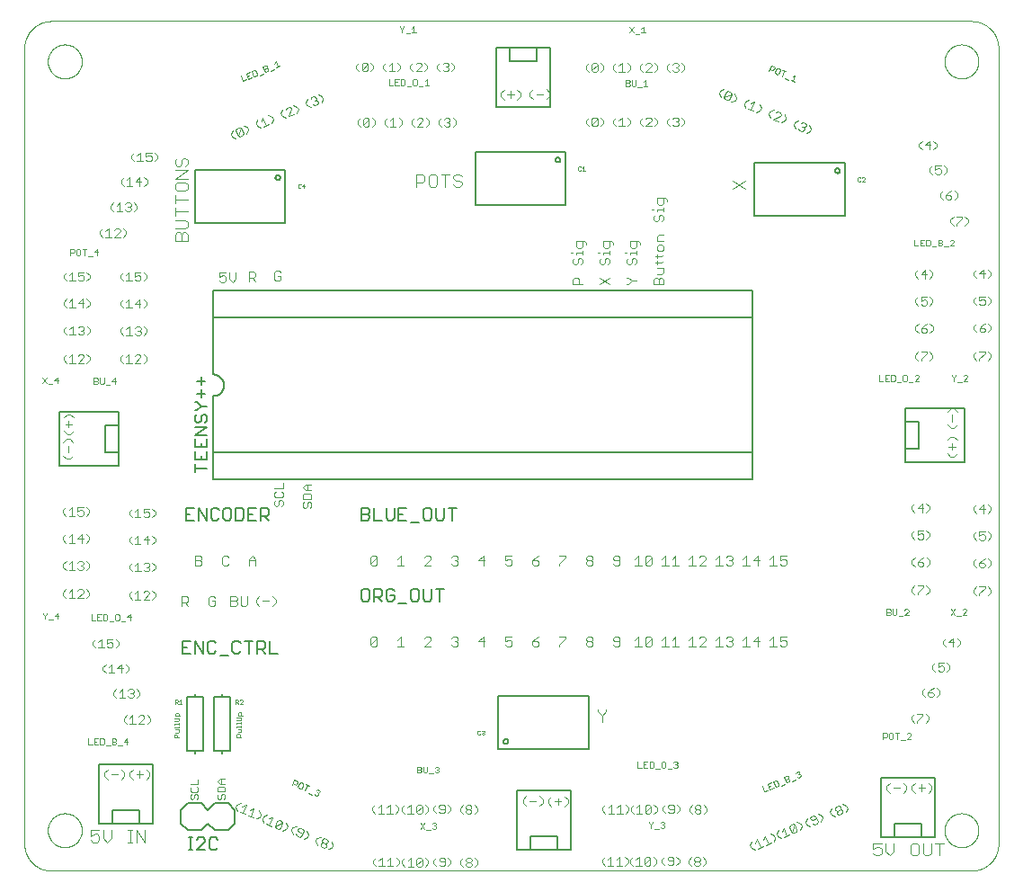
<source format=gto>
G75*
%MOIN*%
%OFA0B0*%
%FSLAX25Y25*%
%IPPOS*%
%LPD*%
%AMOC8*
5,1,8,0,0,1.08239X$1,22.5*
%
%ADD10C,0.00000*%
%ADD11C,0.00300*%
%ADD12C,0.00200*%
%ADD13C,0.00400*%
%ADD14C,0.00600*%
%ADD15C,0.00500*%
%ADD16C,0.00800*%
%ADD17C,0.00100*%
D10*
X0086433Y0068933D02*
X0086433Y0363894D01*
X0086436Y0364136D01*
X0086445Y0364377D01*
X0086459Y0364618D01*
X0086480Y0364859D01*
X0086506Y0365099D01*
X0086538Y0365339D01*
X0086576Y0365578D01*
X0086619Y0365815D01*
X0086669Y0366052D01*
X0086724Y0366287D01*
X0086784Y0366521D01*
X0086851Y0366753D01*
X0086922Y0366984D01*
X0087000Y0367213D01*
X0087083Y0367440D01*
X0087171Y0367665D01*
X0087265Y0367888D01*
X0087364Y0368108D01*
X0087469Y0368326D01*
X0087578Y0368541D01*
X0087693Y0368754D01*
X0087813Y0368964D01*
X0087938Y0369170D01*
X0088068Y0369374D01*
X0088203Y0369575D01*
X0088343Y0369772D01*
X0088487Y0369966D01*
X0088636Y0370156D01*
X0088790Y0370342D01*
X0088948Y0370525D01*
X0089110Y0370704D01*
X0089277Y0370879D01*
X0089448Y0371050D01*
X0089623Y0371217D01*
X0089802Y0371379D01*
X0089985Y0371537D01*
X0090171Y0371691D01*
X0090361Y0371840D01*
X0090555Y0371984D01*
X0090752Y0372124D01*
X0090953Y0372259D01*
X0091157Y0372389D01*
X0091363Y0372514D01*
X0091573Y0372634D01*
X0091786Y0372749D01*
X0092001Y0372858D01*
X0092219Y0372963D01*
X0092439Y0373062D01*
X0092662Y0373156D01*
X0092887Y0373244D01*
X0093114Y0373327D01*
X0093343Y0373405D01*
X0093574Y0373476D01*
X0093806Y0373543D01*
X0094040Y0373603D01*
X0094275Y0373658D01*
X0094512Y0373708D01*
X0094749Y0373751D01*
X0094988Y0373789D01*
X0095228Y0373821D01*
X0095468Y0373847D01*
X0095709Y0373868D01*
X0095950Y0373882D01*
X0096191Y0373891D01*
X0096433Y0373894D01*
X0437634Y0373894D01*
X0437876Y0373891D01*
X0438117Y0373882D01*
X0438358Y0373868D01*
X0438599Y0373847D01*
X0438839Y0373821D01*
X0439079Y0373789D01*
X0439318Y0373751D01*
X0439555Y0373708D01*
X0439792Y0373658D01*
X0440027Y0373603D01*
X0440261Y0373543D01*
X0440493Y0373476D01*
X0440724Y0373405D01*
X0440953Y0373327D01*
X0441180Y0373244D01*
X0441405Y0373156D01*
X0441628Y0373062D01*
X0441848Y0372963D01*
X0442066Y0372858D01*
X0442281Y0372749D01*
X0442494Y0372634D01*
X0442704Y0372514D01*
X0442910Y0372389D01*
X0443114Y0372259D01*
X0443315Y0372124D01*
X0443512Y0371984D01*
X0443706Y0371840D01*
X0443896Y0371691D01*
X0444082Y0371537D01*
X0444265Y0371379D01*
X0444444Y0371217D01*
X0444619Y0371050D01*
X0444790Y0370879D01*
X0444957Y0370704D01*
X0445119Y0370525D01*
X0445277Y0370342D01*
X0445431Y0370156D01*
X0445580Y0369966D01*
X0445724Y0369772D01*
X0445864Y0369575D01*
X0445999Y0369374D01*
X0446129Y0369170D01*
X0446254Y0368964D01*
X0446374Y0368754D01*
X0446489Y0368541D01*
X0446598Y0368326D01*
X0446703Y0368108D01*
X0446802Y0367888D01*
X0446896Y0367665D01*
X0446984Y0367440D01*
X0447067Y0367213D01*
X0447145Y0366984D01*
X0447216Y0366753D01*
X0447283Y0366521D01*
X0447343Y0366287D01*
X0447398Y0366052D01*
X0447448Y0365815D01*
X0447491Y0365578D01*
X0447529Y0365339D01*
X0447561Y0365099D01*
X0447587Y0364859D01*
X0447608Y0364618D01*
X0447622Y0364377D01*
X0447631Y0364136D01*
X0447634Y0363894D01*
X0447634Y0068933D01*
X0447631Y0068691D01*
X0447622Y0068450D01*
X0447608Y0068209D01*
X0447587Y0067968D01*
X0447561Y0067728D01*
X0447529Y0067488D01*
X0447491Y0067249D01*
X0447448Y0067012D01*
X0447398Y0066775D01*
X0447343Y0066540D01*
X0447283Y0066306D01*
X0447216Y0066074D01*
X0447145Y0065843D01*
X0447067Y0065614D01*
X0446984Y0065387D01*
X0446896Y0065162D01*
X0446802Y0064939D01*
X0446703Y0064719D01*
X0446598Y0064501D01*
X0446489Y0064286D01*
X0446374Y0064073D01*
X0446254Y0063863D01*
X0446129Y0063657D01*
X0445999Y0063453D01*
X0445864Y0063252D01*
X0445724Y0063055D01*
X0445580Y0062861D01*
X0445431Y0062671D01*
X0445277Y0062485D01*
X0445119Y0062302D01*
X0444957Y0062123D01*
X0444790Y0061948D01*
X0444619Y0061777D01*
X0444444Y0061610D01*
X0444265Y0061448D01*
X0444082Y0061290D01*
X0443896Y0061136D01*
X0443706Y0060987D01*
X0443512Y0060843D01*
X0443315Y0060703D01*
X0443114Y0060568D01*
X0442910Y0060438D01*
X0442704Y0060313D01*
X0442494Y0060193D01*
X0442281Y0060078D01*
X0442066Y0059969D01*
X0441848Y0059864D01*
X0441628Y0059765D01*
X0441405Y0059671D01*
X0441180Y0059583D01*
X0440953Y0059500D01*
X0440724Y0059422D01*
X0440493Y0059351D01*
X0440261Y0059284D01*
X0440027Y0059224D01*
X0439792Y0059169D01*
X0439555Y0059119D01*
X0439318Y0059076D01*
X0439079Y0059038D01*
X0438839Y0059006D01*
X0438599Y0058980D01*
X0438358Y0058959D01*
X0438117Y0058945D01*
X0437876Y0058936D01*
X0437634Y0058933D01*
X0096433Y0058933D01*
X0096191Y0058936D01*
X0095950Y0058945D01*
X0095709Y0058959D01*
X0095468Y0058980D01*
X0095228Y0059006D01*
X0094988Y0059038D01*
X0094749Y0059076D01*
X0094512Y0059119D01*
X0094275Y0059169D01*
X0094040Y0059224D01*
X0093806Y0059284D01*
X0093574Y0059351D01*
X0093343Y0059422D01*
X0093114Y0059500D01*
X0092887Y0059583D01*
X0092662Y0059671D01*
X0092439Y0059765D01*
X0092219Y0059864D01*
X0092001Y0059969D01*
X0091786Y0060078D01*
X0091573Y0060193D01*
X0091363Y0060313D01*
X0091157Y0060438D01*
X0090953Y0060568D01*
X0090752Y0060703D01*
X0090555Y0060843D01*
X0090361Y0060987D01*
X0090171Y0061136D01*
X0089985Y0061290D01*
X0089802Y0061448D01*
X0089623Y0061610D01*
X0089448Y0061777D01*
X0089277Y0061948D01*
X0089110Y0062123D01*
X0088948Y0062302D01*
X0088790Y0062485D01*
X0088636Y0062671D01*
X0088487Y0062861D01*
X0088343Y0063055D01*
X0088203Y0063252D01*
X0088068Y0063453D01*
X0087938Y0063657D01*
X0087813Y0063863D01*
X0087693Y0064073D01*
X0087578Y0064286D01*
X0087469Y0064501D01*
X0087364Y0064719D01*
X0087265Y0064939D01*
X0087171Y0065162D01*
X0087083Y0065387D01*
X0087000Y0065614D01*
X0086922Y0065843D01*
X0086851Y0066074D01*
X0086784Y0066306D01*
X0086724Y0066540D01*
X0086669Y0066775D01*
X0086619Y0067012D01*
X0086576Y0067249D01*
X0086538Y0067488D01*
X0086506Y0067728D01*
X0086480Y0067968D01*
X0086459Y0068209D01*
X0086445Y0068450D01*
X0086436Y0068691D01*
X0086433Y0068933D01*
X0095134Y0073933D02*
X0095136Y0074091D01*
X0095142Y0074249D01*
X0095152Y0074407D01*
X0095166Y0074565D01*
X0095184Y0074722D01*
X0095205Y0074879D01*
X0095231Y0075035D01*
X0095261Y0075191D01*
X0095294Y0075346D01*
X0095332Y0075499D01*
X0095373Y0075652D01*
X0095418Y0075804D01*
X0095467Y0075955D01*
X0095520Y0076104D01*
X0095576Y0076252D01*
X0095636Y0076398D01*
X0095700Y0076543D01*
X0095768Y0076686D01*
X0095839Y0076828D01*
X0095913Y0076968D01*
X0095991Y0077105D01*
X0096073Y0077241D01*
X0096157Y0077375D01*
X0096246Y0077506D01*
X0096337Y0077635D01*
X0096432Y0077762D01*
X0096529Y0077887D01*
X0096630Y0078009D01*
X0096734Y0078128D01*
X0096841Y0078245D01*
X0096951Y0078359D01*
X0097064Y0078470D01*
X0097179Y0078579D01*
X0097297Y0078684D01*
X0097418Y0078786D01*
X0097541Y0078886D01*
X0097667Y0078982D01*
X0097795Y0079075D01*
X0097925Y0079165D01*
X0098058Y0079251D01*
X0098193Y0079335D01*
X0098329Y0079414D01*
X0098468Y0079491D01*
X0098609Y0079563D01*
X0098751Y0079633D01*
X0098895Y0079698D01*
X0099041Y0079760D01*
X0099188Y0079818D01*
X0099337Y0079873D01*
X0099487Y0079924D01*
X0099638Y0079971D01*
X0099790Y0080014D01*
X0099943Y0080053D01*
X0100098Y0080089D01*
X0100253Y0080120D01*
X0100409Y0080148D01*
X0100565Y0080172D01*
X0100722Y0080192D01*
X0100880Y0080208D01*
X0101037Y0080220D01*
X0101196Y0080228D01*
X0101354Y0080232D01*
X0101512Y0080232D01*
X0101670Y0080228D01*
X0101829Y0080220D01*
X0101986Y0080208D01*
X0102144Y0080192D01*
X0102301Y0080172D01*
X0102457Y0080148D01*
X0102613Y0080120D01*
X0102768Y0080089D01*
X0102923Y0080053D01*
X0103076Y0080014D01*
X0103228Y0079971D01*
X0103379Y0079924D01*
X0103529Y0079873D01*
X0103678Y0079818D01*
X0103825Y0079760D01*
X0103971Y0079698D01*
X0104115Y0079633D01*
X0104257Y0079563D01*
X0104398Y0079491D01*
X0104537Y0079414D01*
X0104673Y0079335D01*
X0104808Y0079251D01*
X0104941Y0079165D01*
X0105071Y0079075D01*
X0105199Y0078982D01*
X0105325Y0078886D01*
X0105448Y0078786D01*
X0105569Y0078684D01*
X0105687Y0078579D01*
X0105802Y0078470D01*
X0105915Y0078359D01*
X0106025Y0078245D01*
X0106132Y0078128D01*
X0106236Y0078009D01*
X0106337Y0077887D01*
X0106434Y0077762D01*
X0106529Y0077635D01*
X0106620Y0077506D01*
X0106709Y0077375D01*
X0106793Y0077241D01*
X0106875Y0077105D01*
X0106953Y0076968D01*
X0107027Y0076828D01*
X0107098Y0076686D01*
X0107166Y0076543D01*
X0107230Y0076398D01*
X0107290Y0076252D01*
X0107346Y0076104D01*
X0107399Y0075955D01*
X0107448Y0075804D01*
X0107493Y0075652D01*
X0107534Y0075499D01*
X0107572Y0075346D01*
X0107605Y0075191D01*
X0107635Y0075035D01*
X0107661Y0074879D01*
X0107682Y0074722D01*
X0107700Y0074565D01*
X0107714Y0074407D01*
X0107724Y0074249D01*
X0107730Y0074091D01*
X0107732Y0073933D01*
X0107730Y0073775D01*
X0107724Y0073617D01*
X0107714Y0073459D01*
X0107700Y0073301D01*
X0107682Y0073144D01*
X0107661Y0072987D01*
X0107635Y0072831D01*
X0107605Y0072675D01*
X0107572Y0072520D01*
X0107534Y0072367D01*
X0107493Y0072214D01*
X0107448Y0072062D01*
X0107399Y0071911D01*
X0107346Y0071762D01*
X0107290Y0071614D01*
X0107230Y0071468D01*
X0107166Y0071323D01*
X0107098Y0071180D01*
X0107027Y0071038D01*
X0106953Y0070898D01*
X0106875Y0070761D01*
X0106793Y0070625D01*
X0106709Y0070491D01*
X0106620Y0070360D01*
X0106529Y0070231D01*
X0106434Y0070104D01*
X0106337Y0069979D01*
X0106236Y0069857D01*
X0106132Y0069738D01*
X0106025Y0069621D01*
X0105915Y0069507D01*
X0105802Y0069396D01*
X0105687Y0069287D01*
X0105569Y0069182D01*
X0105448Y0069080D01*
X0105325Y0068980D01*
X0105199Y0068884D01*
X0105071Y0068791D01*
X0104941Y0068701D01*
X0104808Y0068615D01*
X0104673Y0068531D01*
X0104537Y0068452D01*
X0104398Y0068375D01*
X0104257Y0068303D01*
X0104115Y0068233D01*
X0103971Y0068168D01*
X0103825Y0068106D01*
X0103678Y0068048D01*
X0103529Y0067993D01*
X0103379Y0067942D01*
X0103228Y0067895D01*
X0103076Y0067852D01*
X0102923Y0067813D01*
X0102768Y0067777D01*
X0102613Y0067746D01*
X0102457Y0067718D01*
X0102301Y0067694D01*
X0102144Y0067674D01*
X0101986Y0067658D01*
X0101829Y0067646D01*
X0101670Y0067638D01*
X0101512Y0067634D01*
X0101354Y0067634D01*
X0101196Y0067638D01*
X0101037Y0067646D01*
X0100880Y0067658D01*
X0100722Y0067674D01*
X0100565Y0067694D01*
X0100409Y0067718D01*
X0100253Y0067746D01*
X0100098Y0067777D01*
X0099943Y0067813D01*
X0099790Y0067852D01*
X0099638Y0067895D01*
X0099487Y0067942D01*
X0099337Y0067993D01*
X0099188Y0068048D01*
X0099041Y0068106D01*
X0098895Y0068168D01*
X0098751Y0068233D01*
X0098609Y0068303D01*
X0098468Y0068375D01*
X0098329Y0068452D01*
X0098193Y0068531D01*
X0098058Y0068615D01*
X0097925Y0068701D01*
X0097795Y0068791D01*
X0097667Y0068884D01*
X0097541Y0068980D01*
X0097418Y0069080D01*
X0097297Y0069182D01*
X0097179Y0069287D01*
X0097064Y0069396D01*
X0096951Y0069507D01*
X0096841Y0069621D01*
X0096734Y0069738D01*
X0096630Y0069857D01*
X0096529Y0069979D01*
X0096432Y0070104D01*
X0096337Y0070231D01*
X0096246Y0070360D01*
X0096157Y0070491D01*
X0096073Y0070625D01*
X0095991Y0070761D01*
X0095913Y0070898D01*
X0095839Y0071038D01*
X0095768Y0071180D01*
X0095700Y0071323D01*
X0095636Y0071468D01*
X0095576Y0071614D01*
X0095520Y0071762D01*
X0095467Y0071911D01*
X0095418Y0072062D01*
X0095373Y0072214D01*
X0095332Y0072367D01*
X0095294Y0072520D01*
X0095261Y0072675D01*
X0095231Y0072831D01*
X0095205Y0072987D01*
X0095184Y0073144D01*
X0095166Y0073301D01*
X0095152Y0073459D01*
X0095142Y0073617D01*
X0095136Y0073775D01*
X0095134Y0073933D01*
X0427634Y0073933D02*
X0427636Y0074091D01*
X0427642Y0074249D01*
X0427652Y0074407D01*
X0427666Y0074565D01*
X0427684Y0074722D01*
X0427705Y0074879D01*
X0427731Y0075035D01*
X0427761Y0075191D01*
X0427794Y0075346D01*
X0427832Y0075499D01*
X0427873Y0075652D01*
X0427918Y0075804D01*
X0427967Y0075955D01*
X0428020Y0076104D01*
X0428076Y0076252D01*
X0428136Y0076398D01*
X0428200Y0076543D01*
X0428268Y0076686D01*
X0428339Y0076828D01*
X0428413Y0076968D01*
X0428491Y0077105D01*
X0428573Y0077241D01*
X0428657Y0077375D01*
X0428746Y0077506D01*
X0428837Y0077635D01*
X0428932Y0077762D01*
X0429029Y0077887D01*
X0429130Y0078009D01*
X0429234Y0078128D01*
X0429341Y0078245D01*
X0429451Y0078359D01*
X0429564Y0078470D01*
X0429679Y0078579D01*
X0429797Y0078684D01*
X0429918Y0078786D01*
X0430041Y0078886D01*
X0430167Y0078982D01*
X0430295Y0079075D01*
X0430425Y0079165D01*
X0430558Y0079251D01*
X0430693Y0079335D01*
X0430829Y0079414D01*
X0430968Y0079491D01*
X0431109Y0079563D01*
X0431251Y0079633D01*
X0431395Y0079698D01*
X0431541Y0079760D01*
X0431688Y0079818D01*
X0431837Y0079873D01*
X0431987Y0079924D01*
X0432138Y0079971D01*
X0432290Y0080014D01*
X0432443Y0080053D01*
X0432598Y0080089D01*
X0432753Y0080120D01*
X0432909Y0080148D01*
X0433065Y0080172D01*
X0433222Y0080192D01*
X0433380Y0080208D01*
X0433537Y0080220D01*
X0433696Y0080228D01*
X0433854Y0080232D01*
X0434012Y0080232D01*
X0434170Y0080228D01*
X0434329Y0080220D01*
X0434486Y0080208D01*
X0434644Y0080192D01*
X0434801Y0080172D01*
X0434957Y0080148D01*
X0435113Y0080120D01*
X0435268Y0080089D01*
X0435423Y0080053D01*
X0435576Y0080014D01*
X0435728Y0079971D01*
X0435879Y0079924D01*
X0436029Y0079873D01*
X0436178Y0079818D01*
X0436325Y0079760D01*
X0436471Y0079698D01*
X0436615Y0079633D01*
X0436757Y0079563D01*
X0436898Y0079491D01*
X0437037Y0079414D01*
X0437173Y0079335D01*
X0437308Y0079251D01*
X0437441Y0079165D01*
X0437571Y0079075D01*
X0437699Y0078982D01*
X0437825Y0078886D01*
X0437948Y0078786D01*
X0438069Y0078684D01*
X0438187Y0078579D01*
X0438302Y0078470D01*
X0438415Y0078359D01*
X0438525Y0078245D01*
X0438632Y0078128D01*
X0438736Y0078009D01*
X0438837Y0077887D01*
X0438934Y0077762D01*
X0439029Y0077635D01*
X0439120Y0077506D01*
X0439209Y0077375D01*
X0439293Y0077241D01*
X0439375Y0077105D01*
X0439453Y0076968D01*
X0439527Y0076828D01*
X0439598Y0076686D01*
X0439666Y0076543D01*
X0439730Y0076398D01*
X0439790Y0076252D01*
X0439846Y0076104D01*
X0439899Y0075955D01*
X0439948Y0075804D01*
X0439993Y0075652D01*
X0440034Y0075499D01*
X0440072Y0075346D01*
X0440105Y0075191D01*
X0440135Y0075035D01*
X0440161Y0074879D01*
X0440182Y0074722D01*
X0440200Y0074565D01*
X0440214Y0074407D01*
X0440224Y0074249D01*
X0440230Y0074091D01*
X0440232Y0073933D01*
X0440230Y0073775D01*
X0440224Y0073617D01*
X0440214Y0073459D01*
X0440200Y0073301D01*
X0440182Y0073144D01*
X0440161Y0072987D01*
X0440135Y0072831D01*
X0440105Y0072675D01*
X0440072Y0072520D01*
X0440034Y0072367D01*
X0439993Y0072214D01*
X0439948Y0072062D01*
X0439899Y0071911D01*
X0439846Y0071762D01*
X0439790Y0071614D01*
X0439730Y0071468D01*
X0439666Y0071323D01*
X0439598Y0071180D01*
X0439527Y0071038D01*
X0439453Y0070898D01*
X0439375Y0070761D01*
X0439293Y0070625D01*
X0439209Y0070491D01*
X0439120Y0070360D01*
X0439029Y0070231D01*
X0438934Y0070104D01*
X0438837Y0069979D01*
X0438736Y0069857D01*
X0438632Y0069738D01*
X0438525Y0069621D01*
X0438415Y0069507D01*
X0438302Y0069396D01*
X0438187Y0069287D01*
X0438069Y0069182D01*
X0437948Y0069080D01*
X0437825Y0068980D01*
X0437699Y0068884D01*
X0437571Y0068791D01*
X0437441Y0068701D01*
X0437308Y0068615D01*
X0437173Y0068531D01*
X0437037Y0068452D01*
X0436898Y0068375D01*
X0436757Y0068303D01*
X0436615Y0068233D01*
X0436471Y0068168D01*
X0436325Y0068106D01*
X0436178Y0068048D01*
X0436029Y0067993D01*
X0435879Y0067942D01*
X0435728Y0067895D01*
X0435576Y0067852D01*
X0435423Y0067813D01*
X0435268Y0067777D01*
X0435113Y0067746D01*
X0434957Y0067718D01*
X0434801Y0067694D01*
X0434644Y0067674D01*
X0434486Y0067658D01*
X0434329Y0067646D01*
X0434170Y0067638D01*
X0434012Y0067634D01*
X0433854Y0067634D01*
X0433696Y0067638D01*
X0433537Y0067646D01*
X0433380Y0067658D01*
X0433222Y0067674D01*
X0433065Y0067694D01*
X0432909Y0067718D01*
X0432753Y0067746D01*
X0432598Y0067777D01*
X0432443Y0067813D01*
X0432290Y0067852D01*
X0432138Y0067895D01*
X0431987Y0067942D01*
X0431837Y0067993D01*
X0431688Y0068048D01*
X0431541Y0068106D01*
X0431395Y0068168D01*
X0431251Y0068233D01*
X0431109Y0068303D01*
X0430968Y0068375D01*
X0430829Y0068452D01*
X0430693Y0068531D01*
X0430558Y0068615D01*
X0430425Y0068701D01*
X0430295Y0068791D01*
X0430167Y0068884D01*
X0430041Y0068980D01*
X0429918Y0069080D01*
X0429797Y0069182D01*
X0429679Y0069287D01*
X0429564Y0069396D01*
X0429451Y0069507D01*
X0429341Y0069621D01*
X0429234Y0069738D01*
X0429130Y0069857D01*
X0429029Y0069979D01*
X0428932Y0070104D01*
X0428837Y0070231D01*
X0428746Y0070360D01*
X0428657Y0070491D01*
X0428573Y0070625D01*
X0428491Y0070761D01*
X0428413Y0070898D01*
X0428339Y0071038D01*
X0428268Y0071180D01*
X0428200Y0071323D01*
X0428136Y0071468D01*
X0428076Y0071614D01*
X0428020Y0071762D01*
X0427967Y0071911D01*
X0427918Y0072062D01*
X0427873Y0072214D01*
X0427832Y0072367D01*
X0427794Y0072520D01*
X0427761Y0072675D01*
X0427731Y0072831D01*
X0427705Y0072987D01*
X0427684Y0073144D01*
X0427666Y0073301D01*
X0427652Y0073459D01*
X0427642Y0073617D01*
X0427636Y0073775D01*
X0427634Y0073933D01*
X0427634Y0358933D02*
X0427636Y0359091D01*
X0427642Y0359249D01*
X0427652Y0359407D01*
X0427666Y0359565D01*
X0427684Y0359722D01*
X0427705Y0359879D01*
X0427731Y0360035D01*
X0427761Y0360191D01*
X0427794Y0360346D01*
X0427832Y0360499D01*
X0427873Y0360652D01*
X0427918Y0360804D01*
X0427967Y0360955D01*
X0428020Y0361104D01*
X0428076Y0361252D01*
X0428136Y0361398D01*
X0428200Y0361543D01*
X0428268Y0361686D01*
X0428339Y0361828D01*
X0428413Y0361968D01*
X0428491Y0362105D01*
X0428573Y0362241D01*
X0428657Y0362375D01*
X0428746Y0362506D01*
X0428837Y0362635D01*
X0428932Y0362762D01*
X0429029Y0362887D01*
X0429130Y0363009D01*
X0429234Y0363128D01*
X0429341Y0363245D01*
X0429451Y0363359D01*
X0429564Y0363470D01*
X0429679Y0363579D01*
X0429797Y0363684D01*
X0429918Y0363786D01*
X0430041Y0363886D01*
X0430167Y0363982D01*
X0430295Y0364075D01*
X0430425Y0364165D01*
X0430558Y0364251D01*
X0430693Y0364335D01*
X0430829Y0364414D01*
X0430968Y0364491D01*
X0431109Y0364563D01*
X0431251Y0364633D01*
X0431395Y0364698D01*
X0431541Y0364760D01*
X0431688Y0364818D01*
X0431837Y0364873D01*
X0431987Y0364924D01*
X0432138Y0364971D01*
X0432290Y0365014D01*
X0432443Y0365053D01*
X0432598Y0365089D01*
X0432753Y0365120D01*
X0432909Y0365148D01*
X0433065Y0365172D01*
X0433222Y0365192D01*
X0433380Y0365208D01*
X0433537Y0365220D01*
X0433696Y0365228D01*
X0433854Y0365232D01*
X0434012Y0365232D01*
X0434170Y0365228D01*
X0434329Y0365220D01*
X0434486Y0365208D01*
X0434644Y0365192D01*
X0434801Y0365172D01*
X0434957Y0365148D01*
X0435113Y0365120D01*
X0435268Y0365089D01*
X0435423Y0365053D01*
X0435576Y0365014D01*
X0435728Y0364971D01*
X0435879Y0364924D01*
X0436029Y0364873D01*
X0436178Y0364818D01*
X0436325Y0364760D01*
X0436471Y0364698D01*
X0436615Y0364633D01*
X0436757Y0364563D01*
X0436898Y0364491D01*
X0437037Y0364414D01*
X0437173Y0364335D01*
X0437308Y0364251D01*
X0437441Y0364165D01*
X0437571Y0364075D01*
X0437699Y0363982D01*
X0437825Y0363886D01*
X0437948Y0363786D01*
X0438069Y0363684D01*
X0438187Y0363579D01*
X0438302Y0363470D01*
X0438415Y0363359D01*
X0438525Y0363245D01*
X0438632Y0363128D01*
X0438736Y0363009D01*
X0438837Y0362887D01*
X0438934Y0362762D01*
X0439029Y0362635D01*
X0439120Y0362506D01*
X0439209Y0362375D01*
X0439293Y0362241D01*
X0439375Y0362105D01*
X0439453Y0361968D01*
X0439527Y0361828D01*
X0439598Y0361686D01*
X0439666Y0361543D01*
X0439730Y0361398D01*
X0439790Y0361252D01*
X0439846Y0361104D01*
X0439899Y0360955D01*
X0439948Y0360804D01*
X0439993Y0360652D01*
X0440034Y0360499D01*
X0440072Y0360346D01*
X0440105Y0360191D01*
X0440135Y0360035D01*
X0440161Y0359879D01*
X0440182Y0359722D01*
X0440200Y0359565D01*
X0440214Y0359407D01*
X0440224Y0359249D01*
X0440230Y0359091D01*
X0440232Y0358933D01*
X0440230Y0358775D01*
X0440224Y0358617D01*
X0440214Y0358459D01*
X0440200Y0358301D01*
X0440182Y0358144D01*
X0440161Y0357987D01*
X0440135Y0357831D01*
X0440105Y0357675D01*
X0440072Y0357520D01*
X0440034Y0357367D01*
X0439993Y0357214D01*
X0439948Y0357062D01*
X0439899Y0356911D01*
X0439846Y0356762D01*
X0439790Y0356614D01*
X0439730Y0356468D01*
X0439666Y0356323D01*
X0439598Y0356180D01*
X0439527Y0356038D01*
X0439453Y0355898D01*
X0439375Y0355761D01*
X0439293Y0355625D01*
X0439209Y0355491D01*
X0439120Y0355360D01*
X0439029Y0355231D01*
X0438934Y0355104D01*
X0438837Y0354979D01*
X0438736Y0354857D01*
X0438632Y0354738D01*
X0438525Y0354621D01*
X0438415Y0354507D01*
X0438302Y0354396D01*
X0438187Y0354287D01*
X0438069Y0354182D01*
X0437948Y0354080D01*
X0437825Y0353980D01*
X0437699Y0353884D01*
X0437571Y0353791D01*
X0437441Y0353701D01*
X0437308Y0353615D01*
X0437173Y0353531D01*
X0437037Y0353452D01*
X0436898Y0353375D01*
X0436757Y0353303D01*
X0436615Y0353233D01*
X0436471Y0353168D01*
X0436325Y0353106D01*
X0436178Y0353048D01*
X0436029Y0352993D01*
X0435879Y0352942D01*
X0435728Y0352895D01*
X0435576Y0352852D01*
X0435423Y0352813D01*
X0435268Y0352777D01*
X0435113Y0352746D01*
X0434957Y0352718D01*
X0434801Y0352694D01*
X0434644Y0352674D01*
X0434486Y0352658D01*
X0434329Y0352646D01*
X0434170Y0352638D01*
X0434012Y0352634D01*
X0433854Y0352634D01*
X0433696Y0352638D01*
X0433537Y0352646D01*
X0433380Y0352658D01*
X0433222Y0352674D01*
X0433065Y0352694D01*
X0432909Y0352718D01*
X0432753Y0352746D01*
X0432598Y0352777D01*
X0432443Y0352813D01*
X0432290Y0352852D01*
X0432138Y0352895D01*
X0431987Y0352942D01*
X0431837Y0352993D01*
X0431688Y0353048D01*
X0431541Y0353106D01*
X0431395Y0353168D01*
X0431251Y0353233D01*
X0431109Y0353303D01*
X0430968Y0353375D01*
X0430829Y0353452D01*
X0430693Y0353531D01*
X0430558Y0353615D01*
X0430425Y0353701D01*
X0430295Y0353791D01*
X0430167Y0353884D01*
X0430041Y0353980D01*
X0429918Y0354080D01*
X0429797Y0354182D01*
X0429679Y0354287D01*
X0429564Y0354396D01*
X0429451Y0354507D01*
X0429341Y0354621D01*
X0429234Y0354738D01*
X0429130Y0354857D01*
X0429029Y0354979D01*
X0428932Y0355104D01*
X0428837Y0355231D01*
X0428746Y0355360D01*
X0428657Y0355491D01*
X0428573Y0355625D01*
X0428491Y0355761D01*
X0428413Y0355898D01*
X0428339Y0356038D01*
X0428268Y0356180D01*
X0428200Y0356323D01*
X0428136Y0356468D01*
X0428076Y0356614D01*
X0428020Y0356762D01*
X0427967Y0356911D01*
X0427918Y0357062D01*
X0427873Y0357214D01*
X0427832Y0357367D01*
X0427794Y0357520D01*
X0427761Y0357675D01*
X0427731Y0357831D01*
X0427705Y0357987D01*
X0427684Y0358144D01*
X0427666Y0358301D01*
X0427652Y0358459D01*
X0427642Y0358617D01*
X0427636Y0358775D01*
X0427634Y0358933D01*
X0095134Y0358933D02*
X0095136Y0359091D01*
X0095142Y0359249D01*
X0095152Y0359407D01*
X0095166Y0359565D01*
X0095184Y0359722D01*
X0095205Y0359879D01*
X0095231Y0360035D01*
X0095261Y0360191D01*
X0095294Y0360346D01*
X0095332Y0360499D01*
X0095373Y0360652D01*
X0095418Y0360804D01*
X0095467Y0360955D01*
X0095520Y0361104D01*
X0095576Y0361252D01*
X0095636Y0361398D01*
X0095700Y0361543D01*
X0095768Y0361686D01*
X0095839Y0361828D01*
X0095913Y0361968D01*
X0095991Y0362105D01*
X0096073Y0362241D01*
X0096157Y0362375D01*
X0096246Y0362506D01*
X0096337Y0362635D01*
X0096432Y0362762D01*
X0096529Y0362887D01*
X0096630Y0363009D01*
X0096734Y0363128D01*
X0096841Y0363245D01*
X0096951Y0363359D01*
X0097064Y0363470D01*
X0097179Y0363579D01*
X0097297Y0363684D01*
X0097418Y0363786D01*
X0097541Y0363886D01*
X0097667Y0363982D01*
X0097795Y0364075D01*
X0097925Y0364165D01*
X0098058Y0364251D01*
X0098193Y0364335D01*
X0098329Y0364414D01*
X0098468Y0364491D01*
X0098609Y0364563D01*
X0098751Y0364633D01*
X0098895Y0364698D01*
X0099041Y0364760D01*
X0099188Y0364818D01*
X0099337Y0364873D01*
X0099487Y0364924D01*
X0099638Y0364971D01*
X0099790Y0365014D01*
X0099943Y0365053D01*
X0100098Y0365089D01*
X0100253Y0365120D01*
X0100409Y0365148D01*
X0100565Y0365172D01*
X0100722Y0365192D01*
X0100880Y0365208D01*
X0101037Y0365220D01*
X0101196Y0365228D01*
X0101354Y0365232D01*
X0101512Y0365232D01*
X0101670Y0365228D01*
X0101829Y0365220D01*
X0101986Y0365208D01*
X0102144Y0365192D01*
X0102301Y0365172D01*
X0102457Y0365148D01*
X0102613Y0365120D01*
X0102768Y0365089D01*
X0102923Y0365053D01*
X0103076Y0365014D01*
X0103228Y0364971D01*
X0103379Y0364924D01*
X0103529Y0364873D01*
X0103678Y0364818D01*
X0103825Y0364760D01*
X0103971Y0364698D01*
X0104115Y0364633D01*
X0104257Y0364563D01*
X0104398Y0364491D01*
X0104537Y0364414D01*
X0104673Y0364335D01*
X0104808Y0364251D01*
X0104941Y0364165D01*
X0105071Y0364075D01*
X0105199Y0363982D01*
X0105325Y0363886D01*
X0105448Y0363786D01*
X0105569Y0363684D01*
X0105687Y0363579D01*
X0105802Y0363470D01*
X0105915Y0363359D01*
X0106025Y0363245D01*
X0106132Y0363128D01*
X0106236Y0363009D01*
X0106337Y0362887D01*
X0106434Y0362762D01*
X0106529Y0362635D01*
X0106620Y0362506D01*
X0106709Y0362375D01*
X0106793Y0362241D01*
X0106875Y0362105D01*
X0106953Y0361968D01*
X0107027Y0361828D01*
X0107098Y0361686D01*
X0107166Y0361543D01*
X0107230Y0361398D01*
X0107290Y0361252D01*
X0107346Y0361104D01*
X0107399Y0360955D01*
X0107448Y0360804D01*
X0107493Y0360652D01*
X0107534Y0360499D01*
X0107572Y0360346D01*
X0107605Y0360191D01*
X0107635Y0360035D01*
X0107661Y0359879D01*
X0107682Y0359722D01*
X0107700Y0359565D01*
X0107714Y0359407D01*
X0107724Y0359249D01*
X0107730Y0359091D01*
X0107732Y0358933D01*
X0107730Y0358775D01*
X0107724Y0358617D01*
X0107714Y0358459D01*
X0107700Y0358301D01*
X0107682Y0358144D01*
X0107661Y0357987D01*
X0107635Y0357831D01*
X0107605Y0357675D01*
X0107572Y0357520D01*
X0107534Y0357367D01*
X0107493Y0357214D01*
X0107448Y0357062D01*
X0107399Y0356911D01*
X0107346Y0356762D01*
X0107290Y0356614D01*
X0107230Y0356468D01*
X0107166Y0356323D01*
X0107098Y0356180D01*
X0107027Y0356038D01*
X0106953Y0355898D01*
X0106875Y0355761D01*
X0106793Y0355625D01*
X0106709Y0355491D01*
X0106620Y0355360D01*
X0106529Y0355231D01*
X0106434Y0355104D01*
X0106337Y0354979D01*
X0106236Y0354857D01*
X0106132Y0354738D01*
X0106025Y0354621D01*
X0105915Y0354507D01*
X0105802Y0354396D01*
X0105687Y0354287D01*
X0105569Y0354182D01*
X0105448Y0354080D01*
X0105325Y0353980D01*
X0105199Y0353884D01*
X0105071Y0353791D01*
X0104941Y0353701D01*
X0104808Y0353615D01*
X0104673Y0353531D01*
X0104537Y0353452D01*
X0104398Y0353375D01*
X0104257Y0353303D01*
X0104115Y0353233D01*
X0103971Y0353168D01*
X0103825Y0353106D01*
X0103678Y0353048D01*
X0103529Y0352993D01*
X0103379Y0352942D01*
X0103228Y0352895D01*
X0103076Y0352852D01*
X0102923Y0352813D01*
X0102768Y0352777D01*
X0102613Y0352746D01*
X0102457Y0352718D01*
X0102301Y0352694D01*
X0102144Y0352674D01*
X0101986Y0352658D01*
X0101829Y0352646D01*
X0101670Y0352638D01*
X0101512Y0352634D01*
X0101354Y0352634D01*
X0101196Y0352638D01*
X0101037Y0352646D01*
X0100880Y0352658D01*
X0100722Y0352674D01*
X0100565Y0352694D01*
X0100409Y0352718D01*
X0100253Y0352746D01*
X0100098Y0352777D01*
X0099943Y0352813D01*
X0099790Y0352852D01*
X0099638Y0352895D01*
X0099487Y0352942D01*
X0099337Y0352993D01*
X0099188Y0353048D01*
X0099041Y0353106D01*
X0098895Y0353168D01*
X0098751Y0353233D01*
X0098609Y0353303D01*
X0098468Y0353375D01*
X0098329Y0353452D01*
X0098193Y0353531D01*
X0098058Y0353615D01*
X0097925Y0353701D01*
X0097795Y0353791D01*
X0097667Y0353884D01*
X0097541Y0353980D01*
X0097418Y0354080D01*
X0097297Y0354182D01*
X0097179Y0354287D01*
X0097064Y0354396D01*
X0096951Y0354507D01*
X0096841Y0354621D01*
X0096734Y0354738D01*
X0096630Y0354857D01*
X0096529Y0354979D01*
X0096432Y0355104D01*
X0096337Y0355231D01*
X0096246Y0355360D01*
X0096157Y0355491D01*
X0096073Y0355625D01*
X0095991Y0355761D01*
X0095913Y0355898D01*
X0095839Y0356038D01*
X0095768Y0356180D01*
X0095700Y0356323D01*
X0095636Y0356468D01*
X0095576Y0356614D01*
X0095520Y0356762D01*
X0095467Y0356911D01*
X0095418Y0357062D01*
X0095373Y0357214D01*
X0095332Y0357367D01*
X0095294Y0357520D01*
X0095261Y0357675D01*
X0095231Y0357831D01*
X0095205Y0357987D01*
X0095184Y0358144D01*
X0095166Y0358301D01*
X0095152Y0358459D01*
X0095142Y0358617D01*
X0095136Y0358775D01*
X0095134Y0358933D01*
D11*
X0127130Y0325191D02*
X0126063Y0324123D01*
X0126063Y0323056D01*
X0127130Y0321988D01*
X0128211Y0321988D02*
X0130346Y0321988D01*
X0129279Y0321988D02*
X0129279Y0325191D01*
X0128211Y0324123D01*
X0131434Y0323589D02*
X0131434Y0325191D01*
X0133569Y0325191D01*
X0134657Y0325191D02*
X0135724Y0324123D01*
X0135724Y0323056D01*
X0134657Y0321988D01*
X0133569Y0322522D02*
X0133035Y0321988D01*
X0131968Y0321988D01*
X0131434Y0322522D01*
X0131434Y0323589D02*
X0132501Y0324123D01*
X0133035Y0324123D01*
X0133569Y0323589D01*
X0133569Y0322522D01*
X0130838Y0315973D02*
X0131906Y0314905D01*
X0131906Y0313838D01*
X0130838Y0312770D01*
X0129217Y0312770D02*
X0129217Y0315973D01*
X0127616Y0314371D01*
X0129751Y0314371D01*
X0126528Y0312770D02*
X0124393Y0312770D01*
X0125460Y0312770D02*
X0125460Y0315973D01*
X0124393Y0314905D01*
X0123312Y0315973D02*
X0122244Y0314905D01*
X0122244Y0313838D01*
X0123312Y0312770D01*
X0124341Y0306618D02*
X0125408Y0306618D01*
X0125942Y0306084D01*
X0125942Y0305551D01*
X0125408Y0305017D01*
X0125942Y0304483D01*
X0125942Y0303949D01*
X0125408Y0303416D01*
X0124341Y0303416D01*
X0123807Y0303949D01*
X0122719Y0303416D02*
X0120584Y0303416D01*
X0121652Y0303416D02*
X0121652Y0306618D01*
X0120584Y0305551D01*
X0119503Y0306618D02*
X0118436Y0305551D01*
X0118436Y0304483D01*
X0119503Y0303416D01*
X0123807Y0306084D02*
X0124341Y0306618D01*
X0124875Y0305017D02*
X0125408Y0305017D01*
X0127030Y0306618D02*
X0128097Y0305551D01*
X0128097Y0304483D01*
X0127030Y0303416D01*
X0122991Y0297028D02*
X0124059Y0295960D01*
X0124059Y0294893D01*
X0122991Y0293825D01*
X0121903Y0293825D02*
X0119768Y0293825D01*
X0121903Y0295960D01*
X0121903Y0296494D01*
X0121370Y0297028D01*
X0120302Y0297028D01*
X0119768Y0296494D01*
X0117613Y0297028D02*
X0117613Y0293825D01*
X0116545Y0293825D02*
X0118681Y0293825D01*
X0116545Y0295960D02*
X0117613Y0297028D01*
X0115465Y0297028D02*
X0114397Y0295960D01*
X0114397Y0294893D01*
X0115465Y0293825D01*
X0109564Y0280870D02*
X0110632Y0279802D01*
X0110632Y0278734D01*
X0109564Y0277667D01*
X0108477Y0278201D02*
X0107943Y0277667D01*
X0106875Y0277667D01*
X0106342Y0278201D01*
X0106342Y0279268D02*
X0107409Y0279802D01*
X0107943Y0279802D01*
X0108477Y0279268D01*
X0108477Y0278201D01*
X0106342Y0279268D02*
X0106342Y0280870D01*
X0108477Y0280870D01*
X0104187Y0280870D02*
X0104187Y0277667D01*
X0105254Y0277667D02*
X0103119Y0277667D01*
X0102038Y0277667D02*
X0100970Y0278734D01*
X0100970Y0279802D01*
X0102038Y0280870D01*
X0103119Y0279802D02*
X0104187Y0280870D01*
X0104187Y0270892D02*
X0104187Y0267689D01*
X0105254Y0267689D02*
X0103119Y0267689D01*
X0102038Y0267689D02*
X0100970Y0268757D01*
X0100970Y0269824D01*
X0102038Y0270892D01*
X0103119Y0269824D02*
X0104187Y0270892D01*
X0106342Y0269291D02*
X0108477Y0269291D01*
X0107943Y0270892D02*
X0106342Y0269291D01*
X0107943Y0267689D02*
X0107943Y0270892D01*
X0109564Y0270892D02*
X0110632Y0269824D01*
X0110632Y0268757D01*
X0109564Y0267689D01*
X0109626Y0260792D02*
X0110693Y0259725D01*
X0110693Y0258657D01*
X0109626Y0257589D01*
X0108538Y0258123D02*
X0108004Y0257589D01*
X0106937Y0257589D01*
X0106403Y0258123D01*
X0105315Y0257589D02*
X0103180Y0257589D01*
X0104248Y0257589D02*
X0104248Y0260792D01*
X0103180Y0259725D01*
X0102099Y0260792D02*
X0101032Y0259725D01*
X0101032Y0258657D01*
X0102099Y0257589D01*
X0106403Y0260258D02*
X0106937Y0260792D01*
X0108004Y0260792D01*
X0108538Y0260258D01*
X0108538Y0259725D01*
X0108004Y0259191D01*
X0108538Y0258657D01*
X0108538Y0258123D01*
X0108004Y0259191D02*
X0107470Y0259191D01*
X0107943Y0250386D02*
X0106875Y0250386D01*
X0106342Y0249852D01*
X0107943Y0250386D02*
X0108477Y0249852D01*
X0108477Y0249319D01*
X0106342Y0247183D01*
X0108477Y0247183D01*
X0109564Y0247183D02*
X0110632Y0248251D01*
X0110632Y0249319D01*
X0109564Y0250386D01*
X0105254Y0247183D02*
X0103119Y0247183D01*
X0104187Y0247183D02*
X0104187Y0250386D01*
X0103119Y0249319D01*
X0102038Y0250386D02*
X0100970Y0249319D01*
X0100970Y0248251D01*
X0102038Y0247183D01*
X0122001Y0248173D02*
X0122001Y0249241D01*
X0123069Y0250309D01*
X0124150Y0249241D02*
X0125218Y0250309D01*
X0125218Y0247106D01*
X0126285Y0247106D02*
X0124150Y0247106D01*
X0123069Y0247106D02*
X0122001Y0248173D01*
X0127373Y0247106D02*
X0129508Y0249241D01*
X0129508Y0249775D01*
X0128974Y0250309D01*
X0127906Y0250309D01*
X0127373Y0249775D01*
X0127373Y0247106D02*
X0129508Y0247106D01*
X0130595Y0247106D02*
X0131663Y0248173D01*
X0131663Y0249241D01*
X0130595Y0250309D01*
X0130657Y0257512D02*
X0131724Y0258579D01*
X0131724Y0259647D01*
X0130657Y0260715D01*
X0129569Y0260181D02*
X0129569Y0259647D01*
X0129035Y0259113D01*
X0129569Y0258579D01*
X0129569Y0258046D01*
X0129035Y0257512D01*
X0127968Y0257512D01*
X0127434Y0258046D01*
X0126346Y0257512D02*
X0124211Y0257512D01*
X0125279Y0257512D02*
X0125279Y0260715D01*
X0124211Y0259647D01*
X0123130Y0260715D02*
X0122063Y0259647D01*
X0122063Y0258579D01*
X0123130Y0257512D01*
X0127434Y0260181D02*
X0127968Y0260715D01*
X0129035Y0260715D01*
X0129569Y0260181D01*
X0129035Y0259113D02*
X0128501Y0259113D01*
X0128974Y0267612D02*
X0128974Y0270814D01*
X0127373Y0269213D01*
X0129508Y0269213D01*
X0130595Y0267612D02*
X0131663Y0268679D01*
X0131663Y0269747D01*
X0130595Y0270814D01*
X0126285Y0267612D02*
X0124150Y0267612D01*
X0125218Y0267612D02*
X0125218Y0270814D01*
X0124150Y0269747D01*
X0123069Y0270814D02*
X0122001Y0269747D01*
X0122001Y0268679D01*
X0123069Y0267612D01*
X0123069Y0277589D02*
X0122001Y0278657D01*
X0122001Y0279724D01*
X0123069Y0280792D01*
X0124150Y0279724D02*
X0125218Y0280792D01*
X0125218Y0277589D01*
X0126285Y0277589D02*
X0124150Y0277589D01*
X0127373Y0278123D02*
X0127906Y0277589D01*
X0128974Y0277589D01*
X0129508Y0278123D01*
X0129508Y0279191D01*
X0128974Y0279724D01*
X0128440Y0279724D01*
X0127373Y0279191D01*
X0127373Y0280792D01*
X0129508Y0280792D01*
X0130595Y0280792D02*
X0131663Y0279724D01*
X0131663Y0278657D01*
X0130595Y0277589D01*
X0158691Y0277799D02*
X0159309Y0277182D01*
X0160543Y0277182D01*
X0161160Y0277799D01*
X0161160Y0279034D01*
X0160543Y0279651D01*
X0159926Y0279651D01*
X0158691Y0279034D01*
X0158691Y0280885D01*
X0161160Y0280885D01*
X0162374Y0280885D02*
X0162374Y0278416D01*
X0163609Y0277182D01*
X0164843Y0278416D01*
X0164843Y0280885D01*
X0169683Y0281163D02*
X0169683Y0277460D01*
X0169683Y0278695D02*
X0171535Y0278695D01*
X0172152Y0279312D01*
X0172152Y0280546D01*
X0171535Y0281163D01*
X0169683Y0281163D01*
X0170918Y0278695D02*
X0172152Y0277460D01*
X0179056Y0278204D02*
X0179673Y0277587D01*
X0180908Y0277587D01*
X0181525Y0278204D01*
X0181525Y0279439D01*
X0180291Y0279439D01*
X0181525Y0280673D02*
X0180908Y0281290D01*
X0179673Y0281290D01*
X0179056Y0280673D01*
X0179056Y0278204D01*
X0164886Y0330538D02*
X0163491Y0331116D01*
X0163083Y0332102D01*
X0163661Y0333497D01*
X0164863Y0333417D02*
X0165152Y0334115D01*
X0166139Y0334523D01*
X0166836Y0334234D01*
X0165681Y0331445D01*
X0166378Y0331156D01*
X0167364Y0331564D01*
X0167653Y0332262D01*
X0166836Y0334234D01*
X0167637Y0335144D02*
X0169031Y0334566D01*
X0169440Y0333580D01*
X0168862Y0332185D01*
X0165681Y0331445D02*
X0164863Y0333417D01*
X0172322Y0335929D02*
X0172899Y0337324D01*
X0172322Y0335929D02*
X0172730Y0334942D01*
X0174125Y0334365D01*
X0175124Y0334778D02*
X0177096Y0335595D01*
X0176110Y0335187D02*
X0174884Y0338146D01*
X0174307Y0336751D01*
X0176875Y0338971D02*
X0178270Y0338393D01*
X0178679Y0337406D01*
X0178101Y0336012D01*
X0181969Y0338769D02*
X0181560Y0339756D01*
X0182138Y0341150D01*
X0183341Y0341071D02*
X0183630Y0341768D01*
X0184616Y0342177D01*
X0185314Y0341888D01*
X0185518Y0341395D01*
X0184362Y0338605D01*
X0186335Y0339422D01*
X0187340Y0339838D02*
X0187918Y0341233D01*
X0187509Y0342220D01*
X0186114Y0342797D01*
X0190799Y0343582D02*
X0191377Y0344977D01*
X0192580Y0344898D02*
X0192869Y0345595D01*
X0193855Y0346004D01*
X0194552Y0345715D01*
X0194757Y0345222D01*
X0194468Y0344524D01*
X0195165Y0344235D01*
X0195370Y0343742D01*
X0195081Y0343045D01*
X0194094Y0342636D01*
X0193397Y0342925D01*
X0192603Y0342018D02*
X0191208Y0342596D01*
X0190799Y0343582D01*
X0193975Y0344320D02*
X0194468Y0344524D01*
X0196579Y0343665D02*
X0197156Y0345060D01*
X0196748Y0346046D01*
X0195353Y0346624D01*
X0209429Y0356406D02*
X0209429Y0357473D01*
X0210497Y0358541D01*
X0211578Y0358007D02*
X0212112Y0358541D01*
X0213179Y0358541D01*
X0213713Y0358007D01*
X0211578Y0355872D01*
X0212112Y0355338D01*
X0213179Y0355338D01*
X0213713Y0355872D01*
X0213713Y0358007D01*
X0214800Y0358541D02*
X0215868Y0357473D01*
X0215868Y0356406D01*
X0214800Y0355338D01*
X0211578Y0355872D02*
X0211578Y0358007D01*
X0209429Y0356406D02*
X0210497Y0355338D01*
X0219429Y0356406D02*
X0219429Y0357473D01*
X0220497Y0358541D01*
X0221578Y0357473D02*
X0222645Y0358541D01*
X0222645Y0355338D01*
X0221578Y0355338D02*
X0223713Y0355338D01*
X0224800Y0355338D02*
X0225868Y0356406D01*
X0225868Y0357473D01*
X0224800Y0358541D01*
X0229429Y0357473D02*
X0229429Y0356406D01*
X0230497Y0355338D01*
X0231578Y0355338D02*
X0233713Y0357473D01*
X0233713Y0358007D01*
X0233179Y0358541D01*
X0232112Y0358541D01*
X0231578Y0358007D01*
X0230497Y0358541D02*
X0229429Y0357473D01*
X0231578Y0355338D02*
X0233713Y0355338D01*
X0234800Y0355338D02*
X0235868Y0356406D01*
X0235868Y0357473D01*
X0234800Y0358541D01*
X0239429Y0357473D02*
X0240497Y0358541D01*
X0241578Y0358007D02*
X0242112Y0358541D01*
X0243179Y0358541D01*
X0243713Y0358007D01*
X0243713Y0357473D01*
X0243179Y0356939D01*
X0243713Y0356406D01*
X0243713Y0355872D01*
X0243179Y0355338D01*
X0242112Y0355338D01*
X0241578Y0355872D01*
X0240497Y0355338D02*
X0239429Y0356406D01*
X0239429Y0357473D01*
X0242645Y0356939D02*
X0243179Y0356939D01*
X0244800Y0355338D02*
X0245868Y0356406D01*
X0245868Y0357473D01*
X0244800Y0358541D01*
X0263093Y0347316D02*
X0264327Y0348550D01*
X0263093Y0347316D02*
X0263093Y0346081D01*
X0264327Y0344847D01*
X0265548Y0346699D02*
X0268017Y0346699D01*
X0266782Y0347933D02*
X0266782Y0345464D01*
X0269231Y0344847D02*
X0270466Y0346081D01*
X0270466Y0347316D01*
X0269231Y0348550D01*
X0273811Y0347428D02*
X0275045Y0348662D01*
X0273811Y0347428D02*
X0273811Y0346193D01*
X0275045Y0344959D01*
X0276266Y0346811D02*
X0278735Y0346811D01*
X0279949Y0348662D02*
X0281183Y0347428D01*
X0281183Y0346193D01*
X0279949Y0344959D01*
X0294716Y0337153D02*
X0295784Y0338221D01*
X0296864Y0337687D02*
X0297398Y0338221D01*
X0298466Y0338221D01*
X0299000Y0337687D01*
X0296864Y0335552D01*
X0297398Y0335018D01*
X0298466Y0335018D01*
X0299000Y0335552D01*
X0299000Y0337687D01*
X0300087Y0338221D02*
X0301155Y0337153D01*
X0301155Y0336086D01*
X0300087Y0335018D01*
X0296864Y0335552D02*
X0296864Y0337687D01*
X0294716Y0337153D02*
X0294716Y0336086D01*
X0295784Y0335018D01*
X0304716Y0336086D02*
X0304716Y0337153D01*
X0305784Y0338221D01*
X0306864Y0337153D02*
X0307932Y0338221D01*
X0307932Y0335018D01*
X0306864Y0335018D02*
X0309000Y0335018D01*
X0310087Y0335018D02*
X0311155Y0336086D01*
X0311155Y0337153D01*
X0310087Y0338221D01*
X0314716Y0337153D02*
X0314716Y0336086D01*
X0315784Y0335018D01*
X0316864Y0335018D02*
X0319000Y0337153D01*
X0319000Y0337687D01*
X0318466Y0338221D01*
X0317398Y0338221D01*
X0316864Y0337687D01*
X0315784Y0338221D02*
X0314716Y0337153D01*
X0316864Y0335018D02*
X0319000Y0335018D01*
X0320087Y0335018D02*
X0321155Y0336086D01*
X0321155Y0337153D01*
X0320087Y0338221D01*
X0324716Y0337153D02*
X0324716Y0336086D01*
X0325784Y0335018D01*
X0326864Y0335552D02*
X0327398Y0335018D01*
X0328466Y0335018D01*
X0329000Y0335552D01*
X0329000Y0336086D01*
X0328466Y0336620D01*
X0327932Y0336620D01*
X0328466Y0336620D02*
X0329000Y0337153D01*
X0329000Y0337687D01*
X0328466Y0338221D01*
X0327398Y0338221D01*
X0326864Y0337687D01*
X0325784Y0338221D02*
X0324716Y0337153D01*
X0330087Y0338221D02*
X0331155Y0337153D01*
X0331155Y0336086D01*
X0330087Y0335018D01*
X0344576Y0345620D02*
X0343998Y0347015D01*
X0344407Y0348001D01*
X0345802Y0348579D01*
X0346596Y0347672D02*
X0345779Y0345700D01*
X0348569Y0346855D01*
X0347752Y0344882D01*
X0347054Y0344594D01*
X0346068Y0345002D01*
X0345779Y0345700D01*
X0346596Y0347672D02*
X0347293Y0347961D01*
X0348280Y0347552D01*
X0348569Y0346855D01*
X0349778Y0346932D02*
X0350355Y0345537D01*
X0349947Y0344551D01*
X0348552Y0343973D01*
X0353237Y0343188D02*
X0353646Y0344174D01*
X0355040Y0344752D01*
X0355630Y0343352D02*
X0357025Y0343930D01*
X0355800Y0340971D01*
X0356786Y0340562D02*
X0354813Y0341380D01*
X0353815Y0341793D02*
X0353237Y0343188D01*
X0357791Y0340146D02*
X0359186Y0340724D01*
X0359594Y0341710D01*
X0359016Y0343105D01*
X0362884Y0340348D02*
X0362476Y0339361D01*
X0363054Y0337966D01*
X0364052Y0337553D02*
X0366842Y0338708D01*
X0367046Y0339201D01*
X0366757Y0339899D01*
X0365771Y0340307D01*
X0365074Y0340019D01*
X0364279Y0340925D02*
X0362884Y0340348D01*
X0364052Y0337553D02*
X0366025Y0336736D01*
X0367030Y0336319D02*
X0368424Y0336897D01*
X0368833Y0337883D01*
X0368255Y0339278D01*
X0372123Y0336521D02*
X0373518Y0337098D01*
X0374312Y0336192D02*
X0375010Y0336481D01*
X0375996Y0336072D01*
X0376285Y0335375D01*
X0376081Y0334881D01*
X0375383Y0334593D01*
X0375672Y0333895D01*
X0375468Y0333402D01*
X0374770Y0333113D01*
X0373784Y0333522D01*
X0373495Y0334219D01*
X0372292Y0334140D02*
X0371715Y0335534D01*
X0372123Y0336521D01*
X0374890Y0334797D02*
X0375383Y0334593D01*
X0377494Y0335452D02*
X0378072Y0334057D01*
X0377663Y0333070D01*
X0376268Y0332493D01*
X0418193Y0328467D02*
X0418193Y0327399D01*
X0419261Y0326331D01*
X0420341Y0327933D02*
X0422477Y0327933D01*
X0421943Y0329534D02*
X0420341Y0327933D01*
X0419261Y0329534D02*
X0418193Y0328467D01*
X0421943Y0329534D02*
X0421943Y0326331D01*
X0423564Y0326331D02*
X0424632Y0327399D01*
X0424632Y0328467D01*
X0423564Y0329534D01*
X0423079Y0320316D02*
X0422011Y0319248D01*
X0422011Y0318181D01*
X0423079Y0317113D01*
X0424160Y0317647D02*
X0424693Y0317113D01*
X0425761Y0317113D01*
X0426295Y0317647D01*
X0426295Y0318715D01*
X0425761Y0319248D01*
X0425227Y0319248D01*
X0424160Y0318715D01*
X0424160Y0320316D01*
X0426295Y0320316D01*
X0427382Y0320316D02*
X0428450Y0319248D01*
X0428450Y0318181D01*
X0427382Y0317113D01*
X0427000Y0311008D02*
X0425933Y0309941D01*
X0425933Y0308873D01*
X0427000Y0307806D01*
X0428081Y0308339D02*
X0428615Y0307806D01*
X0429683Y0307806D01*
X0430216Y0308339D01*
X0430216Y0308873D01*
X0429683Y0309407D01*
X0428081Y0309407D01*
X0428081Y0308339D01*
X0428081Y0309407D02*
X0429149Y0310475D01*
X0430216Y0311008D01*
X0431304Y0311008D02*
X0432372Y0309941D01*
X0432372Y0308873D01*
X0431304Y0307806D01*
X0430926Y0301371D02*
X0429858Y0300303D01*
X0429858Y0299236D01*
X0430926Y0298168D01*
X0432007Y0298168D02*
X0432007Y0298702D01*
X0434142Y0300837D01*
X0434142Y0301371D01*
X0432007Y0301371D01*
X0435230Y0301371D02*
X0436297Y0300303D01*
X0436297Y0299236D01*
X0435230Y0298168D01*
X0439448Y0281844D02*
X0438380Y0280776D01*
X0438380Y0279709D01*
X0439448Y0278641D01*
X0440529Y0280242D02*
X0442664Y0280242D01*
X0442130Y0278641D02*
X0442130Y0281844D01*
X0440529Y0280242D01*
X0443752Y0278641D02*
X0444819Y0279709D01*
X0444819Y0280776D01*
X0443752Y0281844D01*
X0443752Y0271866D02*
X0444819Y0270799D01*
X0444819Y0269731D01*
X0443752Y0268663D01*
X0442664Y0269197D02*
X0442130Y0268663D01*
X0441063Y0268663D01*
X0440529Y0269197D01*
X0440529Y0270265D02*
X0441596Y0270799D01*
X0442130Y0270799D01*
X0442664Y0270265D01*
X0442664Y0269197D01*
X0440529Y0270265D02*
X0440529Y0271866D01*
X0442664Y0271866D01*
X0439448Y0271866D02*
X0438380Y0270799D01*
X0438380Y0269731D01*
X0439448Y0268663D01*
X0439509Y0261766D02*
X0438442Y0260699D01*
X0438442Y0259631D01*
X0439509Y0258563D01*
X0440590Y0259097D02*
X0441124Y0258563D01*
X0442191Y0258563D01*
X0442725Y0259097D01*
X0442725Y0259631D01*
X0442191Y0260165D01*
X0440590Y0260165D01*
X0440590Y0259097D01*
X0440590Y0260165D02*
X0441658Y0261232D01*
X0442725Y0261766D01*
X0443813Y0261766D02*
X0444880Y0260699D01*
X0444880Y0259631D01*
X0443813Y0258563D01*
X0443752Y0251360D02*
X0444819Y0250293D01*
X0444819Y0249225D01*
X0443752Y0248157D01*
X0442664Y0250826D02*
X0440529Y0248691D01*
X0440529Y0248157D01*
X0439448Y0248157D02*
X0438380Y0249225D01*
X0438380Y0250293D01*
X0439448Y0251360D01*
X0440529Y0251360D02*
X0442664Y0251360D01*
X0442664Y0250826D01*
X0423218Y0250181D02*
X0422150Y0251249D01*
X0421063Y0251249D02*
X0421063Y0250715D01*
X0418928Y0248580D01*
X0418928Y0248046D01*
X0417847Y0248046D02*
X0416779Y0249114D01*
X0416779Y0250181D01*
X0417847Y0251249D01*
X0418928Y0251249D02*
X0421063Y0251249D01*
X0423218Y0250181D02*
X0423218Y0249114D01*
X0422150Y0248046D01*
X0422212Y0258452D02*
X0423279Y0259520D01*
X0423279Y0260587D01*
X0422212Y0261655D01*
X0421124Y0261655D02*
X0420056Y0261121D01*
X0418989Y0260053D01*
X0420590Y0260053D01*
X0421124Y0259520D01*
X0421124Y0258986D01*
X0420590Y0258452D01*
X0419523Y0258452D01*
X0418989Y0258986D01*
X0418989Y0260053D01*
X0417908Y0258452D02*
X0416840Y0259520D01*
X0416840Y0260587D01*
X0417908Y0261655D01*
X0417847Y0268552D02*
X0416779Y0269620D01*
X0416779Y0270687D01*
X0417847Y0271755D01*
X0418928Y0271755D02*
X0418928Y0270153D01*
X0419995Y0270687D01*
X0420529Y0270687D01*
X0421063Y0270153D01*
X0421063Y0269086D01*
X0420529Y0268552D01*
X0419461Y0268552D01*
X0418928Y0269086D01*
X0418928Y0271755D02*
X0421063Y0271755D01*
X0422150Y0271755D02*
X0423218Y0270687D01*
X0423218Y0269620D01*
X0422150Y0268552D01*
X0422150Y0278530D02*
X0423218Y0279597D01*
X0423218Y0280665D01*
X0422150Y0281732D01*
X0420529Y0281732D02*
X0418928Y0280131D01*
X0421063Y0280131D01*
X0420529Y0278530D02*
X0420529Y0281732D01*
X0417847Y0281732D02*
X0416779Y0280665D01*
X0416779Y0279597D01*
X0417847Y0278530D01*
X0429906Y0230402D02*
X0428671Y0229167D01*
X0429906Y0230402D02*
X0431140Y0230402D01*
X0432374Y0229167D01*
X0430523Y0227953D02*
X0430523Y0225484D01*
X0432374Y0224263D02*
X0431140Y0223029D01*
X0429906Y0223029D01*
X0428671Y0224263D01*
X0429812Y0219868D02*
X0428578Y0218633D01*
X0429812Y0219868D02*
X0431047Y0219868D01*
X0432281Y0218633D01*
X0430429Y0217419D02*
X0430429Y0214950D01*
X0429195Y0216185D02*
X0431664Y0216185D01*
X0432281Y0213729D02*
X0431047Y0212495D01*
X0429812Y0212495D01*
X0428578Y0213729D01*
X0420866Y0195045D02*
X0421934Y0193977D01*
X0421934Y0192910D01*
X0420866Y0191842D01*
X0419245Y0191842D02*
X0419245Y0195045D01*
X0417643Y0193444D01*
X0419779Y0193444D01*
X0416563Y0195045D02*
X0415495Y0193977D01*
X0415495Y0192910D01*
X0416563Y0191842D01*
X0416563Y0185067D02*
X0415495Y0184000D01*
X0415495Y0182932D01*
X0416563Y0181865D01*
X0417643Y0182398D02*
X0418177Y0181865D01*
X0419245Y0181865D01*
X0419779Y0182398D01*
X0419779Y0183466D01*
X0419245Y0184000D01*
X0418711Y0184000D01*
X0417643Y0183466D01*
X0417643Y0185067D01*
X0419779Y0185067D01*
X0420866Y0185067D02*
X0421934Y0184000D01*
X0421934Y0182932D01*
X0420866Y0181865D01*
X0420927Y0174967D02*
X0421995Y0173900D01*
X0421995Y0172832D01*
X0420927Y0171765D01*
X0419840Y0172298D02*
X0419840Y0172832D01*
X0419306Y0173366D01*
X0417705Y0173366D01*
X0417705Y0172298D01*
X0418238Y0171765D01*
X0419306Y0171765D01*
X0419840Y0172298D01*
X0417705Y0173366D02*
X0418772Y0174434D01*
X0419840Y0174967D01*
X0416624Y0174967D02*
X0415556Y0173900D01*
X0415556Y0172832D01*
X0416624Y0171765D01*
X0416563Y0164561D02*
X0415495Y0163494D01*
X0415495Y0162426D01*
X0416563Y0161359D01*
X0417643Y0161359D02*
X0417643Y0161892D01*
X0419779Y0164028D01*
X0419779Y0164561D01*
X0417643Y0164561D01*
X0420866Y0164561D02*
X0421934Y0163494D01*
X0421934Y0162426D01*
X0420866Y0161359D01*
X0438321Y0162092D02*
X0438321Y0163160D01*
X0439389Y0164227D01*
X0440470Y0164227D02*
X0442605Y0164227D01*
X0442605Y0163694D01*
X0440470Y0161558D01*
X0440470Y0161025D01*
X0439389Y0161025D02*
X0438321Y0162092D01*
X0443692Y0161025D02*
X0444760Y0162092D01*
X0444760Y0163160D01*
X0443692Y0164227D01*
X0443753Y0171431D02*
X0444821Y0172498D01*
X0444821Y0173566D01*
X0443753Y0174633D01*
X0442666Y0174633D02*
X0441598Y0174100D01*
X0440531Y0173032D01*
X0442132Y0173032D01*
X0442666Y0172498D01*
X0442666Y0171964D01*
X0442132Y0171431D01*
X0441064Y0171431D01*
X0440531Y0171964D01*
X0440531Y0173032D01*
X0439450Y0174633D02*
X0438382Y0173566D01*
X0438382Y0172498D01*
X0439450Y0171431D01*
X0439389Y0181531D02*
X0438321Y0182598D01*
X0438321Y0183666D01*
X0439389Y0184733D01*
X0440470Y0184733D02*
X0440470Y0183132D01*
X0441537Y0183666D01*
X0442071Y0183666D01*
X0442605Y0183132D01*
X0442605Y0182064D01*
X0442071Y0181531D01*
X0441003Y0181531D01*
X0440470Y0182064D01*
X0440470Y0184733D02*
X0442605Y0184733D01*
X0443692Y0184733D02*
X0444760Y0183666D01*
X0444760Y0182598D01*
X0443692Y0181531D01*
X0443692Y0191508D02*
X0444760Y0192576D01*
X0444760Y0193643D01*
X0443692Y0194711D01*
X0442071Y0194711D02*
X0440470Y0193109D01*
X0442605Y0193109D01*
X0442071Y0191508D02*
X0442071Y0194711D01*
X0439389Y0194711D02*
X0438321Y0193643D01*
X0438321Y0192576D01*
X0439389Y0191508D01*
X0432299Y0145222D02*
X0433366Y0144155D01*
X0433366Y0143087D01*
X0432299Y0142019D01*
X0430677Y0142019D02*
X0430677Y0145222D01*
X0429076Y0143621D01*
X0431211Y0143621D01*
X0427995Y0145222D02*
X0426928Y0144155D01*
X0426928Y0143087D01*
X0427995Y0142019D01*
X0428481Y0136004D02*
X0429548Y0134937D01*
X0429548Y0133869D01*
X0428481Y0132801D01*
X0427393Y0133335D02*
X0426859Y0132801D01*
X0425792Y0132801D01*
X0425258Y0133335D01*
X0425258Y0134403D02*
X0426325Y0134937D01*
X0426859Y0134937D01*
X0427393Y0134403D01*
X0427393Y0133335D01*
X0425258Y0134403D02*
X0425258Y0136004D01*
X0427393Y0136004D01*
X0424177Y0136004D02*
X0423109Y0134937D01*
X0423109Y0133869D01*
X0424177Y0132801D01*
X0424672Y0126650D02*
X0425740Y0125582D01*
X0425740Y0124514D01*
X0424672Y0123447D01*
X0423584Y0123981D02*
X0423584Y0124514D01*
X0423051Y0125048D01*
X0421449Y0125048D01*
X0421449Y0123981D01*
X0421983Y0123447D01*
X0423051Y0123447D01*
X0423584Y0123981D01*
X0422517Y0126116D02*
X0421449Y0125048D01*
X0422517Y0126116D02*
X0423584Y0126650D01*
X0420368Y0126650D02*
X0419301Y0125582D01*
X0419301Y0124514D01*
X0420368Y0123447D01*
X0420633Y0117059D02*
X0421701Y0115992D01*
X0421701Y0114924D01*
X0420633Y0113856D01*
X0419546Y0116525D02*
X0417411Y0114390D01*
X0417411Y0113856D01*
X0416330Y0113856D02*
X0415262Y0114924D01*
X0415262Y0115992D01*
X0416330Y0117059D01*
X0417411Y0117059D02*
X0419546Y0117059D01*
X0419546Y0116525D01*
X0421657Y0091536D02*
X0422891Y0090302D01*
X0422891Y0089067D01*
X0421657Y0087833D01*
X0420442Y0089685D02*
X0417973Y0089685D01*
X0419208Y0090919D02*
X0419208Y0088450D01*
X0416752Y0087833D02*
X0415518Y0089067D01*
X0415518Y0090302D01*
X0416752Y0091536D01*
X0413487Y0090302D02*
X0412253Y0091536D01*
X0413487Y0090302D02*
X0413487Y0089067D01*
X0412253Y0087833D01*
X0411038Y0089685D02*
X0408570Y0089685D01*
X0407349Y0091536D02*
X0406114Y0090302D01*
X0406114Y0089067D01*
X0407349Y0087833D01*
X0391590Y0082147D02*
X0391012Y0080752D01*
X0389803Y0080829D02*
X0389514Y0080131D01*
X0388528Y0079723D01*
X0387831Y0080012D01*
X0387626Y0080505D01*
X0387915Y0081202D01*
X0388902Y0081611D01*
X0389599Y0081322D01*
X0389803Y0080829D01*
X0388902Y0081611D02*
X0389190Y0082308D01*
X0388986Y0082801D01*
X0388289Y0083090D01*
X0387302Y0082682D01*
X0387014Y0081984D01*
X0387218Y0081491D01*
X0387915Y0081202D01*
X0387036Y0079105D02*
X0385641Y0079683D01*
X0385233Y0080669D01*
X0385811Y0082064D01*
X0389787Y0083711D02*
X0391182Y0083133D01*
X0391590Y0082147D01*
X0382377Y0078565D02*
X0381799Y0077170D01*
X0380590Y0077247D02*
X0379773Y0079220D01*
X0379076Y0079509D01*
X0378089Y0079100D01*
X0377800Y0078403D01*
X0378005Y0077910D01*
X0378702Y0077621D01*
X0380182Y0078234D01*
X0380590Y0077247D02*
X0380301Y0076550D01*
X0379315Y0076141D01*
X0378618Y0076430D01*
X0377823Y0075523D02*
X0376428Y0076101D01*
X0376020Y0077088D01*
X0376598Y0078482D01*
X0374277Y0076323D02*
X0372882Y0076901D01*
X0372082Y0075991D02*
X0370926Y0073202D01*
X0371624Y0072913D01*
X0372610Y0073321D01*
X0372899Y0074019D01*
X0372082Y0075991D01*
X0371384Y0076280D01*
X0370398Y0075872D01*
X0370109Y0075174D01*
X0370926Y0073202D01*
X0370126Y0072292D02*
X0368153Y0071475D01*
X0369139Y0071884D02*
X0367914Y0074843D01*
X0367336Y0073448D01*
X0365929Y0074021D02*
X0365351Y0072626D01*
X0365759Y0071639D01*
X0367154Y0071062D01*
X0364856Y0071081D02*
X0364447Y0072067D01*
X0363052Y0072645D01*
X0361061Y0071820D02*
X0362287Y0068861D01*
X0363273Y0069270D02*
X0361300Y0068452D01*
X0360296Y0068036D02*
X0358323Y0067219D01*
X0359309Y0067628D02*
X0358084Y0070587D01*
X0357506Y0069192D01*
X0356099Y0069764D02*
X0355521Y0068370D01*
X0355929Y0067383D01*
X0357324Y0066806D01*
X0360483Y0070425D02*
X0361061Y0071820D01*
X0364278Y0069686D02*
X0364856Y0071081D01*
X0374108Y0073942D02*
X0374686Y0075337D01*
X0374277Y0076323D01*
X0380574Y0080129D02*
X0381968Y0079552D01*
X0382377Y0078565D01*
X0339347Y0081136D02*
X0339347Y0082204D01*
X0338279Y0083272D01*
X0337192Y0082738D02*
X0337192Y0082204D01*
X0336658Y0081670D01*
X0335590Y0081670D01*
X0335057Y0082204D01*
X0335057Y0082738D01*
X0335590Y0083272D01*
X0336658Y0083272D01*
X0337192Y0082738D01*
X0336658Y0081670D02*
X0337192Y0081136D01*
X0337192Y0080603D01*
X0336658Y0080069D01*
X0335590Y0080069D01*
X0335057Y0080603D01*
X0335057Y0081136D01*
X0335590Y0081670D01*
X0333976Y0080069D02*
X0332908Y0081136D01*
X0332908Y0082204D01*
X0333976Y0083272D01*
X0329465Y0082421D02*
X0328397Y0083489D01*
X0327310Y0082955D02*
X0326776Y0083489D01*
X0325708Y0083489D01*
X0325174Y0082955D01*
X0325174Y0082421D01*
X0325708Y0081887D01*
X0327310Y0081887D01*
X0327310Y0080820D02*
X0327310Y0082955D01*
X0327310Y0080820D02*
X0326776Y0080286D01*
X0325708Y0080286D01*
X0325174Y0080820D01*
X0324093Y0080286D02*
X0323026Y0081353D01*
X0323026Y0082421D01*
X0324093Y0083489D01*
X0320921Y0082246D02*
X0320921Y0081179D01*
X0319854Y0080111D01*
X0318766Y0080645D02*
X0318233Y0080111D01*
X0317165Y0080111D01*
X0316631Y0080645D01*
X0318766Y0082780D01*
X0318766Y0080645D01*
X0316631Y0080645D02*
X0316631Y0082780D01*
X0317165Y0083314D01*
X0318233Y0083314D01*
X0318766Y0082780D01*
X0319854Y0083314D02*
X0320921Y0082246D01*
X0315544Y0080111D02*
X0313408Y0080111D01*
X0314476Y0080111D02*
X0314476Y0083314D01*
X0313408Y0082246D01*
X0312327Y0083314D02*
X0311260Y0082246D01*
X0311260Y0081179D01*
X0312327Y0080111D01*
X0310490Y0081264D02*
X0310490Y0082331D01*
X0309423Y0083399D01*
X0307267Y0083399D02*
X0307267Y0080196D01*
X0306200Y0080196D02*
X0308335Y0080196D01*
X0309423Y0080196D02*
X0310490Y0081264D01*
X0307267Y0083399D02*
X0306200Y0082331D01*
X0305112Y0080196D02*
X0302977Y0080196D01*
X0304045Y0080196D02*
X0304045Y0083399D01*
X0302977Y0082331D01*
X0301896Y0083399D02*
X0300829Y0082331D01*
X0300829Y0081264D01*
X0301896Y0080196D01*
X0287973Y0084018D02*
X0287973Y0085252D01*
X0286738Y0086487D01*
X0285524Y0084635D02*
X0283055Y0084635D01*
X0284290Y0083401D02*
X0284290Y0085870D01*
X0281834Y0086487D02*
X0280600Y0085252D01*
X0280600Y0084018D01*
X0281834Y0082784D01*
X0278627Y0084152D02*
X0278627Y0085387D01*
X0277392Y0086621D01*
X0276178Y0084769D02*
X0273709Y0084769D01*
X0272488Y0082918D02*
X0271254Y0084152D01*
X0271254Y0085387D01*
X0272488Y0086621D01*
X0277392Y0082918D02*
X0278627Y0084152D01*
X0286738Y0082784D02*
X0287973Y0084018D01*
X0301666Y0064080D02*
X0300598Y0063013D01*
X0300598Y0061945D01*
X0301666Y0060877D01*
X0302747Y0060877D02*
X0304882Y0060877D01*
X0303814Y0060877D02*
X0303814Y0064080D01*
X0302747Y0063013D01*
X0305970Y0063013D02*
X0307037Y0064080D01*
X0307037Y0060877D01*
X0305970Y0060877D02*
X0308105Y0060877D01*
X0309192Y0060877D02*
X0310260Y0061945D01*
X0310260Y0063013D01*
X0309192Y0064080D01*
X0311030Y0062928D02*
X0312097Y0063995D01*
X0311030Y0062928D02*
X0311030Y0061860D01*
X0312097Y0060793D01*
X0313178Y0060793D02*
X0315313Y0060793D01*
X0314246Y0060793D02*
X0314246Y0063995D01*
X0313178Y0062928D01*
X0316401Y0063461D02*
X0316935Y0063995D01*
X0318002Y0063995D01*
X0318536Y0063461D01*
X0316401Y0061326D01*
X0316935Y0060793D01*
X0318002Y0060793D01*
X0318536Y0061326D01*
X0318536Y0063461D01*
X0319624Y0063995D02*
X0320691Y0062928D01*
X0320691Y0061860D01*
X0319624Y0060793D01*
X0316401Y0061326D02*
X0316401Y0063461D01*
X0322796Y0063102D02*
X0323863Y0064170D01*
X0324944Y0063636D02*
X0324944Y0063102D01*
X0325478Y0062568D01*
X0327079Y0062568D01*
X0327079Y0061501D02*
X0327079Y0063636D01*
X0326546Y0064170D01*
X0325478Y0064170D01*
X0324944Y0063636D01*
X0324944Y0061501D02*
X0325478Y0060967D01*
X0326546Y0060967D01*
X0327079Y0061501D01*
X0328167Y0060967D02*
X0329234Y0062035D01*
X0329234Y0063102D01*
X0328167Y0064170D01*
X0332678Y0062885D02*
X0333745Y0063953D01*
X0334826Y0063419D02*
X0334826Y0062885D01*
X0335360Y0062351D01*
X0336428Y0062351D01*
X0336962Y0061818D01*
X0336962Y0061284D01*
X0336428Y0060750D01*
X0335360Y0060750D01*
X0334826Y0061284D01*
X0334826Y0061818D01*
X0335360Y0062351D01*
X0336428Y0062351D02*
X0336962Y0062885D01*
X0336962Y0063419D01*
X0336428Y0063953D01*
X0335360Y0063953D01*
X0334826Y0063419D01*
X0332678Y0062885D02*
X0332678Y0061818D01*
X0333745Y0060750D01*
X0338049Y0060750D02*
X0339117Y0061818D01*
X0339117Y0062885D01*
X0338049Y0063953D01*
X0323863Y0060967D02*
X0322796Y0062035D01*
X0322796Y0063102D01*
X0328397Y0080286D02*
X0329465Y0081353D01*
X0329465Y0082421D01*
X0338279Y0080069D02*
X0339347Y0081136D01*
X0339052Y0142083D02*
X0336583Y0142083D01*
X0339052Y0144552D01*
X0339052Y0145169D01*
X0338435Y0145786D01*
X0337200Y0145786D01*
X0336583Y0145169D01*
X0334134Y0145786D02*
X0334134Y0142083D01*
X0332900Y0142083D02*
X0335369Y0142083D01*
X0332900Y0144552D02*
X0334134Y0145786D01*
X0329052Y0142083D02*
X0326583Y0142083D01*
X0325369Y0142083D02*
X0322900Y0142083D01*
X0324134Y0142083D02*
X0324134Y0145786D01*
X0322900Y0144552D01*
X0326583Y0144552D02*
X0327817Y0145786D01*
X0327817Y0142083D01*
X0319052Y0142700D02*
X0319052Y0145169D01*
X0316583Y0142700D01*
X0317200Y0142083D01*
X0318435Y0142083D01*
X0319052Y0142700D01*
X0316583Y0142700D02*
X0316583Y0145169D01*
X0317200Y0145786D01*
X0318435Y0145786D01*
X0319052Y0145169D01*
X0315369Y0142083D02*
X0312900Y0142083D01*
X0314134Y0142083D02*
X0314134Y0145786D01*
X0312900Y0144552D01*
X0307210Y0145169D02*
X0307210Y0142700D01*
X0306593Y0142083D01*
X0305359Y0142083D01*
X0304741Y0142700D01*
X0305359Y0143935D02*
X0307210Y0143935D01*
X0307210Y0145169D02*
X0306593Y0145786D01*
X0305359Y0145786D01*
X0304741Y0145169D01*
X0304741Y0144552D01*
X0305359Y0143935D01*
X0297210Y0144552D02*
X0296593Y0143935D01*
X0295359Y0143935D01*
X0294741Y0144552D01*
X0294741Y0145169D01*
X0295359Y0145786D01*
X0296593Y0145786D01*
X0297210Y0145169D01*
X0297210Y0144552D01*
X0296593Y0143935D02*
X0297210Y0143317D01*
X0297210Y0142700D01*
X0296593Y0142083D01*
X0295359Y0142083D01*
X0294741Y0142700D01*
X0294741Y0143317D01*
X0295359Y0143935D01*
X0287210Y0145169D02*
X0284741Y0142700D01*
X0284741Y0142083D01*
X0284741Y0145786D02*
X0287210Y0145786D01*
X0287210Y0145169D01*
X0277210Y0145786D02*
X0275976Y0145169D01*
X0274741Y0143935D01*
X0276593Y0143935D01*
X0277210Y0143317D01*
X0277210Y0142700D01*
X0276593Y0142083D01*
X0275359Y0142083D01*
X0274741Y0142700D01*
X0274741Y0143935D01*
X0267210Y0143935D02*
X0267210Y0142700D01*
X0266593Y0142083D01*
X0265359Y0142083D01*
X0264741Y0142700D01*
X0264741Y0143935D02*
X0265976Y0144552D01*
X0266593Y0144552D01*
X0267210Y0143935D01*
X0267210Y0145786D02*
X0264741Y0145786D01*
X0264741Y0143935D01*
X0257210Y0143935D02*
X0254741Y0143935D01*
X0256593Y0145786D01*
X0256593Y0142083D01*
X0247210Y0142700D02*
X0246593Y0142083D01*
X0245359Y0142083D01*
X0244741Y0142700D01*
X0245976Y0143935D02*
X0246593Y0143935D01*
X0247210Y0143317D01*
X0247210Y0142700D01*
X0246593Y0143935D02*
X0247210Y0144552D01*
X0247210Y0145169D01*
X0246593Y0145786D01*
X0245359Y0145786D01*
X0244741Y0145169D01*
X0237210Y0145169D02*
X0236593Y0145786D01*
X0235359Y0145786D01*
X0234741Y0145169D01*
X0237210Y0145169D02*
X0237210Y0144552D01*
X0234741Y0142083D01*
X0237210Y0142083D01*
X0227210Y0142083D02*
X0224741Y0142083D01*
X0225976Y0142083D02*
X0225976Y0145786D01*
X0224741Y0144552D01*
X0217210Y0145169D02*
X0214741Y0142700D01*
X0215359Y0142083D01*
X0216593Y0142083D01*
X0217210Y0142700D01*
X0217210Y0145169D01*
X0216593Y0145786D01*
X0215359Y0145786D01*
X0214741Y0145169D01*
X0214741Y0142700D01*
X0179659Y0158317D02*
X0179659Y0159552D01*
X0178425Y0160786D01*
X0177210Y0158935D02*
X0174741Y0158935D01*
X0173520Y0160786D02*
X0172286Y0159552D01*
X0172286Y0158317D01*
X0173520Y0157083D01*
X0169052Y0157700D02*
X0169052Y0160786D01*
X0166583Y0160786D02*
X0166583Y0157700D01*
X0167200Y0157083D01*
X0168435Y0157083D01*
X0169052Y0157700D01*
X0165369Y0157700D02*
X0164752Y0157083D01*
X0162900Y0157083D01*
X0162900Y0160786D01*
X0164752Y0160786D01*
X0165369Y0160169D01*
X0165369Y0159552D01*
X0164752Y0158935D01*
X0162900Y0158935D01*
X0164752Y0158935D02*
X0165369Y0158317D01*
X0165369Y0157700D01*
X0157210Y0157700D02*
X0157210Y0158935D01*
X0155976Y0158935D01*
X0157210Y0160169D02*
X0156593Y0160786D01*
X0155359Y0160786D01*
X0154741Y0160169D01*
X0154741Y0157700D01*
X0155359Y0157083D01*
X0156593Y0157083D01*
X0157210Y0157700D01*
X0147210Y0157083D02*
X0145976Y0158317D01*
X0146593Y0158317D02*
X0144741Y0158317D01*
X0144741Y0157083D02*
X0144741Y0160786D01*
X0146593Y0160786D01*
X0147210Y0160169D01*
X0147210Y0158935D01*
X0146593Y0158317D01*
X0134906Y0160563D02*
X0134906Y0161630D01*
X0133838Y0162698D01*
X0132750Y0162164D02*
X0132217Y0162698D01*
X0131149Y0162698D01*
X0130615Y0162164D01*
X0132750Y0162164D02*
X0132750Y0161630D01*
X0130615Y0159495D01*
X0132750Y0159495D01*
X0133838Y0159495D02*
X0134906Y0160563D01*
X0129528Y0159495D02*
X0127392Y0159495D01*
X0128460Y0159495D02*
X0128460Y0162698D01*
X0127392Y0161630D01*
X0126312Y0162698D02*
X0125244Y0161630D01*
X0125244Y0160563D01*
X0126312Y0159495D01*
X0126373Y0169901D02*
X0125305Y0170969D01*
X0125305Y0172036D01*
X0126373Y0173104D01*
X0127454Y0172036D02*
X0128521Y0173104D01*
X0128521Y0169901D01*
X0127454Y0169901D02*
X0129589Y0169901D01*
X0130676Y0170435D02*
X0131210Y0169901D01*
X0132278Y0169901D01*
X0132812Y0170435D01*
X0132812Y0170969D01*
X0132278Y0171502D01*
X0131744Y0171502D01*
X0132278Y0171502D02*
X0132812Y0172036D01*
X0132812Y0172570D01*
X0132278Y0173104D01*
X0131210Y0173104D01*
X0130676Y0172570D01*
X0133899Y0173104D02*
X0134967Y0172036D01*
X0134967Y0170969D01*
X0133899Y0169901D01*
X0133838Y0180001D02*
X0134906Y0181069D01*
X0134906Y0182136D01*
X0133838Y0183204D01*
X0132217Y0183204D02*
X0130615Y0181602D01*
X0132750Y0181602D01*
X0132217Y0180001D02*
X0132217Y0183204D01*
X0128460Y0183204D02*
X0128460Y0180001D01*
X0127392Y0180001D02*
X0129528Y0180001D01*
X0127392Y0182136D02*
X0128460Y0183204D01*
X0126312Y0183204D02*
X0125244Y0182136D01*
X0125244Y0181069D01*
X0126312Y0180001D01*
X0126312Y0189979D02*
X0125244Y0191046D01*
X0125244Y0192114D01*
X0126312Y0193181D01*
X0127392Y0192114D02*
X0128460Y0193181D01*
X0128460Y0189979D01*
X0127392Y0189979D02*
X0129528Y0189979D01*
X0130615Y0190512D02*
X0131149Y0189979D01*
X0132217Y0189979D01*
X0132750Y0190512D01*
X0132750Y0191580D01*
X0132217Y0192114D01*
X0131683Y0192114D01*
X0130615Y0191580D01*
X0130615Y0193181D01*
X0132750Y0193181D01*
X0133838Y0193181D02*
X0134906Y0192114D01*
X0134906Y0191046D01*
X0133838Y0189979D01*
X0149741Y0175786D02*
X0151593Y0175786D01*
X0152210Y0175169D01*
X0152210Y0174552D01*
X0151593Y0173935D01*
X0149741Y0173935D01*
X0149741Y0175786D02*
X0149741Y0172083D01*
X0151593Y0172083D01*
X0152210Y0172700D01*
X0152210Y0173317D01*
X0151593Y0173935D01*
X0159741Y0175169D02*
X0159741Y0172700D01*
X0160359Y0172083D01*
X0161593Y0172083D01*
X0162210Y0172700D01*
X0162210Y0175169D02*
X0161593Y0175786D01*
X0160359Y0175786D01*
X0159741Y0175169D01*
X0169741Y0174552D02*
X0169741Y0172083D01*
X0169741Y0173935D02*
X0172210Y0173935D01*
X0172210Y0174552D02*
X0172210Y0172083D01*
X0172210Y0174552D02*
X0170976Y0175786D01*
X0169741Y0174552D01*
X0179659Y0158317D02*
X0178425Y0157083D01*
X0214741Y0172700D02*
X0215359Y0172083D01*
X0216593Y0172083D01*
X0217210Y0172700D01*
X0217210Y0175169D01*
X0214741Y0172700D01*
X0214741Y0175169D01*
X0215359Y0175786D01*
X0216593Y0175786D01*
X0217210Y0175169D01*
X0224741Y0174552D02*
X0225976Y0175786D01*
X0225976Y0172083D01*
X0227210Y0172083D02*
X0224741Y0172083D01*
X0234741Y0172083D02*
X0237210Y0174552D01*
X0237210Y0175169D01*
X0236593Y0175786D01*
X0235359Y0175786D01*
X0234741Y0175169D01*
X0234741Y0172083D02*
X0237210Y0172083D01*
X0244741Y0172700D02*
X0245359Y0172083D01*
X0246593Y0172083D01*
X0247210Y0172700D01*
X0247210Y0173317D01*
X0246593Y0173935D01*
X0245976Y0173935D01*
X0246593Y0173935D02*
X0247210Y0174552D01*
X0247210Y0175169D01*
X0246593Y0175786D01*
X0245359Y0175786D01*
X0244741Y0175169D01*
X0254741Y0173935D02*
X0257210Y0173935D01*
X0256593Y0175786D02*
X0256593Y0172083D01*
X0254741Y0173935D02*
X0256593Y0175786D01*
X0264741Y0175786D02*
X0264741Y0173935D01*
X0265976Y0174552D01*
X0266593Y0174552D01*
X0267210Y0173935D01*
X0267210Y0172700D01*
X0266593Y0172083D01*
X0265359Y0172083D01*
X0264741Y0172700D01*
X0264741Y0175786D02*
X0267210Y0175786D01*
X0274741Y0173935D02*
X0276593Y0173935D01*
X0277210Y0173317D01*
X0277210Y0172700D01*
X0276593Y0172083D01*
X0275359Y0172083D01*
X0274741Y0172700D01*
X0274741Y0173935D01*
X0275976Y0175169D01*
X0277210Y0175786D01*
X0284741Y0175786D02*
X0287210Y0175786D01*
X0287210Y0175169D01*
X0284741Y0172700D01*
X0284741Y0172083D01*
X0294741Y0172700D02*
X0294741Y0173317D01*
X0295359Y0173935D01*
X0296593Y0173935D01*
X0297210Y0173317D01*
X0297210Y0172700D01*
X0296593Y0172083D01*
X0295359Y0172083D01*
X0294741Y0172700D01*
X0295359Y0173935D02*
X0294741Y0174552D01*
X0294741Y0175169D01*
X0295359Y0175786D01*
X0296593Y0175786D01*
X0297210Y0175169D01*
X0297210Y0174552D01*
X0296593Y0173935D01*
X0304741Y0174552D02*
X0305359Y0173935D01*
X0307210Y0173935D01*
X0307210Y0175169D02*
X0306593Y0175786D01*
X0305359Y0175786D01*
X0304741Y0175169D01*
X0304741Y0174552D01*
X0304741Y0172700D02*
X0305359Y0172083D01*
X0306593Y0172083D01*
X0307210Y0172700D01*
X0307210Y0175169D01*
X0312900Y0174552D02*
X0314134Y0175786D01*
X0314134Y0172083D01*
X0312900Y0172083D02*
X0315369Y0172083D01*
X0316583Y0172700D02*
X0317200Y0172083D01*
X0318435Y0172083D01*
X0319052Y0172700D01*
X0319052Y0175169D01*
X0316583Y0172700D01*
X0316583Y0175169D01*
X0317200Y0175786D01*
X0318435Y0175786D01*
X0319052Y0175169D01*
X0322900Y0174552D02*
X0324134Y0175786D01*
X0324134Y0172083D01*
X0322900Y0172083D02*
X0325369Y0172083D01*
X0326583Y0172083D02*
X0329052Y0172083D01*
X0327817Y0172083D02*
X0327817Y0175786D01*
X0326583Y0174552D01*
X0332900Y0174552D02*
X0334134Y0175786D01*
X0334134Y0172083D01*
X0332900Y0172083D02*
X0335369Y0172083D01*
X0336583Y0172083D02*
X0339052Y0174552D01*
X0339052Y0175169D01*
X0338435Y0175786D01*
X0337200Y0175786D01*
X0336583Y0175169D01*
X0336583Y0172083D02*
X0339052Y0172083D01*
X0342900Y0172083D02*
X0345369Y0172083D01*
X0344134Y0172083D02*
X0344134Y0175786D01*
X0342900Y0174552D01*
X0346583Y0175169D02*
X0347200Y0175786D01*
X0348435Y0175786D01*
X0349052Y0175169D01*
X0349052Y0174552D01*
X0348435Y0173935D01*
X0349052Y0173317D01*
X0349052Y0172700D01*
X0348435Y0172083D01*
X0347200Y0172083D01*
X0346583Y0172700D01*
X0347817Y0173935D02*
X0348435Y0173935D01*
X0352900Y0174552D02*
X0354134Y0175786D01*
X0354134Y0172083D01*
X0352900Y0172083D02*
X0355369Y0172083D01*
X0356583Y0173935D02*
X0359052Y0173935D01*
X0358435Y0175786D02*
X0356583Y0173935D01*
X0358435Y0175786D02*
X0358435Y0172083D01*
X0362900Y0172083D02*
X0365369Y0172083D01*
X0364134Y0172083D02*
X0364134Y0175786D01*
X0362900Y0174552D01*
X0366583Y0173935D02*
X0367817Y0174552D01*
X0368435Y0174552D01*
X0369052Y0173935D01*
X0369052Y0172700D01*
X0368435Y0172083D01*
X0367200Y0172083D01*
X0366583Y0172700D01*
X0366583Y0173935D02*
X0366583Y0175786D01*
X0369052Y0175786D01*
X0369052Y0145786D02*
X0366583Y0145786D01*
X0366583Y0143935D01*
X0367817Y0144552D01*
X0368435Y0144552D01*
X0369052Y0143935D01*
X0369052Y0142700D01*
X0368435Y0142083D01*
X0367200Y0142083D01*
X0366583Y0142700D01*
X0365369Y0142083D02*
X0362900Y0142083D01*
X0364134Y0142083D02*
X0364134Y0145786D01*
X0362900Y0144552D01*
X0359052Y0143935D02*
X0356583Y0143935D01*
X0358435Y0145786D01*
X0358435Y0142083D01*
X0355369Y0142083D02*
X0352900Y0142083D01*
X0354134Y0142083D02*
X0354134Y0145786D01*
X0352900Y0144552D01*
X0349052Y0144552D02*
X0348435Y0143935D01*
X0349052Y0143317D01*
X0349052Y0142700D01*
X0348435Y0142083D01*
X0347200Y0142083D01*
X0346583Y0142700D01*
X0345369Y0142083D02*
X0342900Y0142083D01*
X0344134Y0142083D02*
X0344134Y0145786D01*
X0342900Y0144552D01*
X0346583Y0145169D02*
X0347200Y0145786D01*
X0348435Y0145786D01*
X0349052Y0145169D01*
X0349052Y0144552D01*
X0348435Y0143935D02*
X0347817Y0143935D01*
X0254347Y0082204D02*
X0254347Y0081136D01*
X0253279Y0080069D01*
X0252192Y0080603D02*
X0251658Y0080069D01*
X0250590Y0080069D01*
X0250057Y0080603D01*
X0250057Y0081136D01*
X0250590Y0081670D01*
X0251658Y0081670D01*
X0252192Y0081136D01*
X0252192Y0080603D01*
X0251658Y0081670D02*
X0252192Y0082204D01*
X0252192Y0082738D01*
X0251658Y0083272D01*
X0250590Y0083272D01*
X0250057Y0082738D01*
X0250057Y0082204D01*
X0250590Y0081670D01*
X0248976Y0080069D02*
X0247908Y0081136D01*
X0247908Y0082204D01*
X0248976Y0083272D01*
X0253279Y0083272D02*
X0254347Y0082204D01*
X0244465Y0082421D02*
X0244465Y0081353D01*
X0243397Y0080286D01*
X0242310Y0080820D02*
X0242310Y0082955D01*
X0241776Y0083489D01*
X0240708Y0083489D01*
X0240174Y0082955D01*
X0240174Y0082421D01*
X0240708Y0081887D01*
X0242310Y0081887D01*
X0242310Y0080820D02*
X0241776Y0080286D01*
X0240708Y0080286D01*
X0240174Y0080820D01*
X0239093Y0080286D02*
X0238026Y0081353D01*
X0238026Y0082421D01*
X0239093Y0083489D01*
X0236056Y0082246D02*
X0234989Y0083314D01*
X0233901Y0082780D02*
X0231766Y0080645D01*
X0232300Y0080111D01*
X0233367Y0080111D01*
X0233901Y0080645D01*
X0233901Y0082780D01*
X0233367Y0083314D01*
X0232300Y0083314D01*
X0231766Y0082780D01*
X0231766Y0080645D01*
X0230678Y0080111D02*
X0228543Y0080111D01*
X0229611Y0080111D02*
X0229611Y0083314D01*
X0228543Y0082246D01*
X0227462Y0083314D02*
X0226395Y0082246D01*
X0226395Y0081179D01*
X0227462Y0080111D01*
X0225153Y0081264D02*
X0225153Y0082331D01*
X0224086Y0083399D01*
X0221931Y0083399D02*
X0221931Y0080196D01*
X0222998Y0080196D02*
X0220863Y0080196D01*
X0219775Y0080196D02*
X0217640Y0080196D01*
X0218708Y0080196D02*
X0218708Y0083399D01*
X0217640Y0082331D01*
X0216559Y0083399D02*
X0215492Y0082331D01*
X0215492Y0081264D01*
X0216559Y0080196D01*
X0220863Y0082331D02*
X0221931Y0083399D01*
X0224086Y0080196D02*
X0225153Y0081264D01*
X0234989Y0080111D02*
X0236056Y0081179D01*
X0236056Y0082246D01*
X0243397Y0083489D02*
X0244465Y0082421D01*
X0243470Y0063867D02*
X0244538Y0062799D01*
X0244538Y0061732D01*
X0243470Y0060664D01*
X0242382Y0061198D02*
X0242382Y0063333D01*
X0241849Y0063867D01*
X0240781Y0063867D01*
X0240247Y0063333D01*
X0240247Y0062799D01*
X0240781Y0062265D01*
X0242382Y0062265D01*
X0242382Y0061198D02*
X0241849Y0060664D01*
X0240781Y0060664D01*
X0240247Y0061198D01*
X0239166Y0060664D02*
X0238099Y0061732D01*
X0238099Y0062799D01*
X0239166Y0063867D01*
X0236129Y0062625D02*
X0235061Y0063692D01*
X0233974Y0063158D02*
X0231839Y0061023D01*
X0232373Y0060489D01*
X0233440Y0060489D01*
X0233974Y0061023D01*
X0233974Y0063158D01*
X0233440Y0063692D01*
X0232373Y0063692D01*
X0231839Y0063158D01*
X0231839Y0061023D01*
X0230751Y0060489D02*
X0228616Y0060489D01*
X0229684Y0060489D02*
X0229684Y0063692D01*
X0228616Y0062625D01*
X0227535Y0063692D02*
X0226467Y0062625D01*
X0226467Y0061557D01*
X0227535Y0060489D01*
X0225361Y0061642D02*
X0224293Y0060574D01*
X0223206Y0060574D02*
X0221071Y0060574D01*
X0222138Y0060574D02*
X0222138Y0063777D01*
X0221071Y0062709D01*
X0219983Y0060574D02*
X0217848Y0060574D01*
X0218915Y0060574D02*
X0218915Y0063777D01*
X0217848Y0062709D01*
X0216767Y0063777D02*
X0215699Y0062709D01*
X0215699Y0061642D01*
X0216767Y0060574D01*
X0224293Y0063777D02*
X0225361Y0062709D01*
X0225361Y0061642D01*
X0235061Y0060489D02*
X0236129Y0061557D01*
X0236129Y0062625D01*
X0247981Y0062582D02*
X0247981Y0061515D01*
X0249049Y0060447D01*
X0250129Y0060981D02*
X0250129Y0061515D01*
X0250663Y0062048D01*
X0251731Y0062048D01*
X0252265Y0061515D01*
X0252265Y0060981D01*
X0251731Y0060447D01*
X0250663Y0060447D01*
X0250129Y0060981D01*
X0250663Y0062048D02*
X0250129Y0062582D01*
X0250129Y0063116D01*
X0250663Y0063650D01*
X0251731Y0063650D01*
X0252265Y0063116D01*
X0252265Y0062582D01*
X0251731Y0062048D01*
X0253352Y0060447D02*
X0254420Y0061515D01*
X0254420Y0062582D01*
X0253352Y0063650D01*
X0249049Y0063650D02*
X0247981Y0062582D01*
X0200839Y0068470D02*
X0200262Y0069865D01*
X0199053Y0069788D02*
X0198848Y0069295D01*
X0198151Y0069006D01*
X0197165Y0069415D01*
X0196876Y0070112D01*
X0197080Y0070605D01*
X0197777Y0070894D01*
X0198764Y0070486D01*
X0199053Y0069788D01*
X0198151Y0069006D02*
X0198440Y0068309D01*
X0198235Y0067816D01*
X0197538Y0067527D01*
X0196552Y0067935D01*
X0196263Y0068633D01*
X0196467Y0069126D01*
X0197165Y0069415D01*
X0196286Y0071512D02*
X0194891Y0070934D01*
X0194482Y0069948D01*
X0195060Y0068553D01*
X0199036Y0066906D02*
X0200431Y0067484D01*
X0200839Y0068470D01*
X0191792Y0072453D02*
X0191215Y0073847D01*
X0190006Y0073771D02*
X0189717Y0074468D01*
X0188730Y0074876D01*
X0188033Y0074588D01*
X0187829Y0074094D01*
X0188118Y0073397D01*
X0189597Y0072784D01*
X0189189Y0071798D02*
X0190006Y0073771D01*
X0189189Y0071798D02*
X0188491Y0071509D01*
X0187505Y0071918D01*
X0187216Y0072615D01*
X0186013Y0072535D02*
X0185435Y0073930D01*
X0185844Y0074917D01*
X0187239Y0075494D01*
X0183967Y0075359D02*
X0183390Y0076753D01*
X0182181Y0076676D02*
X0179391Y0075521D01*
X0179680Y0074823D01*
X0180666Y0074415D01*
X0181363Y0074704D01*
X0182181Y0076676D01*
X0181892Y0077374D01*
X0180905Y0077782D01*
X0180208Y0077494D01*
X0179391Y0075521D01*
X0178182Y0075444D02*
X0176209Y0076261D01*
X0177195Y0075853D02*
X0178421Y0078811D01*
X0177026Y0078234D01*
X0176436Y0079634D02*
X0175041Y0079056D01*
X0174633Y0078070D01*
X0175211Y0076675D01*
X0173726Y0078853D02*
X0172332Y0078275D01*
X0171327Y0078691D02*
X0169354Y0079508D01*
X0170340Y0079100D02*
X0171566Y0082059D01*
X0170171Y0081481D01*
X0168349Y0079924D02*
X0166377Y0080741D01*
X0167363Y0080333D02*
X0168589Y0083292D01*
X0167194Y0082714D01*
X0166604Y0084114D02*
X0165209Y0083536D01*
X0164800Y0082550D01*
X0165378Y0081155D01*
X0173557Y0081234D02*
X0174135Y0079839D01*
X0173726Y0078853D01*
X0182164Y0073794D02*
X0183559Y0074372D01*
X0183967Y0075359D01*
X0189989Y0070889D02*
X0191384Y0071466D01*
X0191792Y0072453D01*
X0166887Y0108490D02*
X0165186Y0108490D01*
X0165186Y0109340D01*
X0165469Y0109624D01*
X0166036Y0109624D01*
X0166320Y0109340D01*
X0166320Y0108490D01*
X0166603Y0110331D02*
X0166887Y0110615D01*
X0166887Y0111466D01*
X0165753Y0111466D01*
X0165186Y0112173D02*
X0165186Y0112456D01*
X0166887Y0112456D01*
X0166887Y0112173D02*
X0166887Y0112740D01*
X0166887Y0113400D02*
X0166887Y0113968D01*
X0166887Y0113684D02*
X0165186Y0113684D01*
X0165186Y0113400D01*
X0165186Y0114628D02*
X0166603Y0114628D01*
X0166887Y0114912D01*
X0166887Y0115479D01*
X0166603Y0115762D01*
X0165186Y0115762D01*
X0165753Y0116470D02*
X0165753Y0117320D01*
X0166036Y0117604D01*
X0166603Y0117604D01*
X0166887Y0117320D01*
X0166887Y0116470D01*
X0167454Y0116470D02*
X0165753Y0116470D01*
X0165753Y0110331D02*
X0166603Y0110331D01*
X0143639Y0110374D02*
X0143639Y0111224D01*
X0142504Y0111224D01*
X0141937Y0111932D02*
X0141937Y0112215D01*
X0143639Y0112215D01*
X0143639Y0111932D02*
X0143639Y0112499D01*
X0143639Y0113159D02*
X0143639Y0113727D01*
X0143639Y0113443D02*
X0141937Y0113443D01*
X0141937Y0113159D01*
X0141937Y0114387D02*
X0143355Y0114387D01*
X0143639Y0114671D01*
X0143639Y0115238D01*
X0143355Y0115521D01*
X0141937Y0115521D01*
X0142504Y0116229D02*
X0142504Y0117079D01*
X0142788Y0117363D01*
X0143355Y0117363D01*
X0143639Y0117079D01*
X0143639Y0116229D01*
X0144206Y0116229D02*
X0142504Y0116229D01*
X0143639Y0110374D02*
X0143355Y0110090D01*
X0142504Y0110090D01*
X0142221Y0109383D02*
X0142788Y0109383D01*
X0143071Y0109099D01*
X0143071Y0108248D01*
X0143639Y0108248D02*
X0141937Y0108248D01*
X0141937Y0109099D01*
X0142221Y0109383D01*
X0133012Y0114471D02*
X0133012Y0115538D01*
X0131945Y0116606D01*
X0130857Y0116072D02*
X0130323Y0116606D01*
X0129256Y0116606D01*
X0128722Y0116072D01*
X0130857Y0116072D02*
X0130857Y0115538D01*
X0128722Y0113403D01*
X0130857Y0113403D01*
X0131945Y0113403D02*
X0133012Y0114471D01*
X0127634Y0113403D02*
X0125499Y0113403D01*
X0126567Y0113403D02*
X0126567Y0116606D01*
X0125499Y0115538D01*
X0124418Y0116606D02*
X0123351Y0115538D01*
X0123351Y0114471D01*
X0124418Y0113403D01*
X0123709Y0123040D02*
X0121574Y0123040D01*
X0122641Y0123040D02*
X0122641Y0126243D01*
X0121574Y0125175D01*
X0120493Y0126243D02*
X0119425Y0125175D01*
X0119425Y0124108D01*
X0120493Y0123040D01*
X0124796Y0123574D02*
X0125330Y0123040D01*
X0126398Y0123040D01*
X0126932Y0123574D01*
X0126932Y0124108D01*
X0126398Y0124642D01*
X0125864Y0124642D01*
X0126398Y0124642D02*
X0126932Y0125175D01*
X0126932Y0125709D01*
X0126398Y0126243D01*
X0125330Y0126243D01*
X0124796Y0125709D01*
X0128019Y0126243D02*
X0129087Y0125175D01*
X0129087Y0124108D01*
X0128019Y0123040D01*
X0124098Y0132348D02*
X0125165Y0133416D01*
X0125165Y0134483D01*
X0124098Y0135551D01*
X0122476Y0135551D02*
X0120875Y0133949D01*
X0123010Y0133949D01*
X0122476Y0132348D02*
X0122476Y0135551D01*
X0118720Y0135551D02*
X0118720Y0132348D01*
X0119787Y0132348D02*
X0117652Y0132348D01*
X0116571Y0132348D02*
X0115504Y0133416D01*
X0115504Y0134483D01*
X0116571Y0135551D01*
X0117652Y0134483D02*
X0118720Y0135551D01*
X0118658Y0141566D02*
X0117590Y0141566D01*
X0117057Y0142100D01*
X0117057Y0143167D02*
X0118124Y0143701D01*
X0118658Y0143701D01*
X0119192Y0143167D01*
X0119192Y0142100D01*
X0118658Y0141566D01*
X0120279Y0141566D02*
X0121347Y0142634D01*
X0121347Y0143701D01*
X0120279Y0144769D01*
X0119192Y0144769D02*
X0117057Y0144769D01*
X0117057Y0143167D01*
X0115969Y0141566D02*
X0113834Y0141566D01*
X0114901Y0141566D02*
X0114901Y0144769D01*
X0113834Y0143701D01*
X0112753Y0144769D02*
X0111685Y0143701D01*
X0111685Y0142634D01*
X0112753Y0141566D01*
X0109375Y0160038D02*
X0110443Y0161106D01*
X0110443Y0162174D01*
X0109375Y0163241D01*
X0108288Y0162707D02*
X0107754Y0163241D01*
X0106687Y0163241D01*
X0106153Y0162707D01*
X0108288Y0162707D02*
X0108288Y0162174D01*
X0106153Y0160038D01*
X0108288Y0160038D01*
X0105065Y0160038D02*
X0102930Y0160038D01*
X0103998Y0160038D02*
X0103998Y0163241D01*
X0102930Y0162174D01*
X0101849Y0163241D02*
X0100781Y0162174D01*
X0100781Y0161106D01*
X0101849Y0160038D01*
X0101910Y0170444D02*
X0100843Y0171512D01*
X0100843Y0172580D01*
X0101910Y0173647D01*
X0102991Y0172580D02*
X0104059Y0173647D01*
X0104059Y0170444D01*
X0105126Y0170444D02*
X0102991Y0170444D01*
X0106214Y0170978D02*
X0106748Y0170444D01*
X0107815Y0170444D01*
X0108349Y0170978D01*
X0108349Y0171512D01*
X0107815Y0172046D01*
X0107282Y0172046D01*
X0107815Y0172046D02*
X0108349Y0172580D01*
X0108349Y0173113D01*
X0107815Y0173647D01*
X0106748Y0173647D01*
X0106214Y0173113D01*
X0109437Y0173647D02*
X0110504Y0172580D01*
X0110504Y0171512D01*
X0109437Y0170444D01*
X0109375Y0180544D02*
X0110443Y0181612D01*
X0110443Y0182680D01*
X0109375Y0183747D01*
X0107754Y0183747D02*
X0106153Y0182146D01*
X0108288Y0182146D01*
X0107754Y0183747D02*
X0107754Y0180544D01*
X0105065Y0180544D02*
X0102930Y0180544D01*
X0103998Y0180544D02*
X0103998Y0183747D01*
X0102930Y0182680D01*
X0101849Y0183747D02*
X0100781Y0182680D01*
X0100781Y0181612D01*
X0101849Y0180544D01*
X0101849Y0190522D02*
X0100781Y0191589D01*
X0100781Y0192657D01*
X0101849Y0193725D01*
X0102930Y0192657D02*
X0103998Y0193725D01*
X0103998Y0190522D01*
X0105065Y0190522D02*
X0102930Y0190522D01*
X0106153Y0191056D02*
X0106687Y0190522D01*
X0107754Y0190522D01*
X0108288Y0191056D01*
X0108288Y0192123D01*
X0107754Y0192657D01*
X0107220Y0192657D01*
X0106153Y0192123D01*
X0106153Y0193725D01*
X0108288Y0193725D01*
X0109375Y0193725D02*
X0110443Y0192657D01*
X0110443Y0191589D01*
X0109375Y0190522D01*
X0103242Y0211580D02*
X0102007Y0211580D01*
X0100773Y0212814D01*
X0102624Y0214035D02*
X0102624Y0216504D01*
X0100773Y0217718D02*
X0102007Y0218953D01*
X0103242Y0218953D01*
X0104476Y0217718D01*
X0103470Y0220775D02*
X0102236Y0220775D01*
X0101002Y0222009D01*
X0102853Y0223231D02*
X0102853Y0225699D01*
X0101619Y0224465D02*
X0104088Y0224465D01*
X0104705Y0226914D02*
X0103470Y0228148D01*
X0102236Y0228148D01*
X0101002Y0226914D01*
X0104705Y0222009D02*
X0103470Y0220775D01*
X0104476Y0212814D02*
X0103242Y0211580D01*
X0179061Y0200560D02*
X0182264Y0200560D01*
X0182264Y0202695D01*
X0181730Y0199473D02*
X0182264Y0198939D01*
X0182264Y0197871D01*
X0181730Y0197338D01*
X0179595Y0197338D01*
X0179061Y0197871D01*
X0179061Y0198939D01*
X0179595Y0199473D01*
X0179595Y0196250D02*
X0179061Y0195716D01*
X0179061Y0194649D01*
X0179595Y0194115D01*
X0180129Y0194115D01*
X0180663Y0194649D01*
X0180663Y0195716D01*
X0181197Y0196250D01*
X0181730Y0196250D01*
X0182264Y0195716D01*
X0182264Y0194649D01*
X0181730Y0194115D01*
X0189681Y0194057D02*
X0190215Y0193523D01*
X0190749Y0193523D01*
X0191283Y0194057D01*
X0191283Y0195125D01*
X0191816Y0195658D01*
X0192350Y0195658D01*
X0192884Y0195125D01*
X0192884Y0194057D01*
X0192350Y0193523D01*
X0189681Y0194057D02*
X0189681Y0195125D01*
X0190215Y0195658D01*
X0189681Y0196746D02*
X0189681Y0198347D01*
X0190215Y0198881D01*
X0192350Y0198881D01*
X0192884Y0198347D01*
X0192884Y0196746D01*
X0189681Y0196746D01*
X0190749Y0199969D02*
X0189681Y0201036D01*
X0190749Y0202104D01*
X0192884Y0202104D01*
X0191283Y0202104D02*
X0191283Y0199969D01*
X0190749Y0199969D02*
X0192884Y0199969D01*
X0289730Y0276329D02*
X0289730Y0278180D01*
X0290347Y0278798D01*
X0291581Y0278798D01*
X0292198Y0278180D01*
X0292198Y0276329D01*
X0293433Y0276329D02*
X0289730Y0276329D01*
X0290347Y0283695D02*
X0289730Y0284312D01*
X0289730Y0285547D01*
X0290347Y0286164D01*
X0290964Y0287378D02*
X0290964Y0287995D01*
X0293433Y0287995D01*
X0293433Y0287378D02*
X0293433Y0288613D01*
X0292816Y0289834D02*
X0293433Y0290451D01*
X0293433Y0292302D01*
X0294050Y0292302D02*
X0290964Y0292302D01*
X0290964Y0290451D01*
X0291581Y0289834D01*
X0292816Y0289834D01*
X0294667Y0291068D02*
X0294667Y0291685D01*
X0294050Y0292302D01*
X0289730Y0287995D02*
X0289112Y0287995D01*
X0291581Y0285547D02*
X0292198Y0286164D01*
X0292816Y0286164D01*
X0293433Y0285547D01*
X0293433Y0284312D01*
X0292816Y0283695D01*
X0291581Y0284312D02*
X0291581Y0285547D01*
X0291581Y0284312D02*
X0290964Y0283695D01*
X0290347Y0283695D01*
X0299730Y0284312D02*
X0300347Y0283695D01*
X0300964Y0283695D01*
X0301581Y0284312D01*
X0301581Y0285547D01*
X0302198Y0286164D01*
X0302816Y0286164D01*
X0303433Y0285547D01*
X0303433Y0284312D01*
X0302816Y0283695D01*
X0299730Y0284312D02*
X0299730Y0285547D01*
X0300347Y0286164D01*
X0300964Y0287378D02*
X0300964Y0287995D01*
X0303433Y0287995D01*
X0303433Y0287378D02*
X0303433Y0288613D01*
X0302816Y0289834D02*
X0303433Y0290451D01*
X0303433Y0292302D01*
X0304050Y0292302D02*
X0300964Y0292302D01*
X0300964Y0290451D01*
X0301581Y0289834D01*
X0302816Y0289834D01*
X0304667Y0291068D02*
X0304667Y0291685D01*
X0304050Y0292302D01*
X0299730Y0287995D02*
X0299112Y0287995D01*
X0309112Y0287995D02*
X0309730Y0287995D01*
X0310964Y0287995D02*
X0313433Y0287995D01*
X0313433Y0287378D02*
X0313433Y0288613D01*
X0312816Y0289834D02*
X0313433Y0290451D01*
X0313433Y0292302D01*
X0314050Y0292302D02*
X0310964Y0292302D01*
X0310964Y0290451D01*
X0311581Y0289834D01*
X0312816Y0289834D01*
X0314667Y0291068D02*
X0314667Y0291685D01*
X0314050Y0292302D01*
X0310964Y0287995D02*
X0310964Y0287378D01*
X0310347Y0286164D02*
X0309730Y0285547D01*
X0309730Y0284312D01*
X0310347Y0283695D01*
X0310964Y0283695D01*
X0311581Y0284312D01*
X0311581Y0285547D01*
X0312198Y0286164D01*
X0312816Y0286164D01*
X0313433Y0285547D01*
X0313433Y0284312D01*
X0312816Y0283695D01*
X0320347Y0284312D02*
X0322816Y0284312D01*
X0323433Y0284929D01*
X0322816Y0286768D02*
X0323433Y0287385D01*
X0322816Y0286768D02*
X0320347Y0286768D01*
X0320964Y0287385D02*
X0320964Y0286150D01*
X0320964Y0284929D02*
X0320964Y0283695D01*
X0320964Y0282481D02*
X0323433Y0282481D01*
X0323433Y0280629D01*
X0322816Y0280012D01*
X0320964Y0280012D01*
X0320964Y0278798D02*
X0321581Y0278180D01*
X0321581Y0276329D01*
X0321581Y0278180D02*
X0322198Y0278798D01*
X0322816Y0278798D01*
X0323433Y0278180D01*
X0323433Y0276329D01*
X0319730Y0276329D01*
X0319730Y0278180D01*
X0320347Y0278798D01*
X0320964Y0278798D01*
X0313433Y0277563D02*
X0311581Y0277563D01*
X0310347Y0278798D01*
X0309730Y0278798D01*
X0311581Y0277563D02*
X0310347Y0276329D01*
X0309730Y0276329D01*
X0303433Y0276329D02*
X0299730Y0278798D01*
X0299730Y0276329D02*
X0303433Y0278798D01*
X0320964Y0289223D02*
X0321581Y0288606D01*
X0322816Y0288606D01*
X0323433Y0289223D01*
X0323433Y0290457D01*
X0322816Y0291075D01*
X0321581Y0291075D01*
X0320964Y0290457D01*
X0320964Y0289223D01*
X0320964Y0292289D02*
X0320964Y0294141D01*
X0321581Y0294758D01*
X0323433Y0294758D01*
X0323433Y0292289D02*
X0320964Y0292289D01*
X0320964Y0299655D02*
X0321581Y0300273D01*
X0321581Y0301507D01*
X0322198Y0302124D01*
X0322816Y0302124D01*
X0323433Y0301507D01*
X0323433Y0300273D01*
X0322816Y0299655D01*
X0320964Y0299655D02*
X0320347Y0299655D01*
X0319730Y0300273D01*
X0319730Y0301507D01*
X0320347Y0302124D01*
X0320964Y0303338D02*
X0320964Y0303956D01*
X0323433Y0303956D01*
X0323433Y0304573D02*
X0323433Y0303338D01*
X0322816Y0305794D02*
X0323433Y0306411D01*
X0323433Y0308263D01*
X0324050Y0308263D02*
X0320964Y0308263D01*
X0320964Y0306411D01*
X0321581Y0305794D01*
X0322816Y0305794D01*
X0324667Y0307028D02*
X0324667Y0307645D01*
X0324050Y0308263D01*
X0319730Y0303956D02*
X0319112Y0303956D01*
X0305784Y0335018D02*
X0304716Y0336086D01*
X0305784Y0355112D02*
X0304716Y0356180D01*
X0304716Y0357247D01*
X0305784Y0358315D01*
X0306864Y0357247D02*
X0307932Y0358315D01*
X0307932Y0355112D01*
X0306864Y0355112D02*
X0309000Y0355112D01*
X0310087Y0355112D02*
X0311155Y0356180D01*
X0311155Y0357247D01*
X0310087Y0358315D01*
X0314716Y0357247D02*
X0314716Y0356180D01*
X0315784Y0355112D01*
X0316864Y0355112D02*
X0319000Y0357247D01*
X0319000Y0357781D01*
X0318466Y0358315D01*
X0317398Y0358315D01*
X0316864Y0357781D01*
X0315784Y0358315D02*
X0314716Y0357247D01*
X0316864Y0355112D02*
X0319000Y0355112D01*
X0320087Y0355112D02*
X0321155Y0356180D01*
X0321155Y0357247D01*
X0320087Y0358315D01*
X0324716Y0357247D02*
X0324716Y0356180D01*
X0325784Y0355112D01*
X0326864Y0355646D02*
X0327398Y0355112D01*
X0328466Y0355112D01*
X0329000Y0355646D01*
X0329000Y0356180D01*
X0328466Y0356714D01*
X0327932Y0356714D01*
X0328466Y0356714D02*
X0329000Y0357247D01*
X0329000Y0357781D01*
X0328466Y0358315D01*
X0327398Y0358315D01*
X0326864Y0357781D01*
X0325784Y0358315D02*
X0324716Y0357247D01*
X0330087Y0358315D02*
X0331155Y0357247D01*
X0331155Y0356180D01*
X0330087Y0355112D01*
X0301155Y0356180D02*
X0301155Y0357247D01*
X0300087Y0358315D01*
X0299000Y0357781D02*
X0296864Y0355646D01*
X0297398Y0355112D01*
X0298466Y0355112D01*
X0299000Y0355646D01*
X0299000Y0357781D01*
X0298466Y0358315D01*
X0297398Y0358315D01*
X0296864Y0357781D01*
X0296864Y0355646D01*
X0295784Y0355112D02*
X0294716Y0356180D01*
X0294716Y0357247D01*
X0295784Y0358315D01*
X0300087Y0355112D02*
X0301155Y0356180D01*
X0246368Y0336919D02*
X0246368Y0335851D01*
X0245301Y0334784D01*
X0244213Y0335317D02*
X0243679Y0334784D01*
X0242612Y0334784D01*
X0242078Y0335317D01*
X0240997Y0334784D02*
X0239930Y0335851D01*
X0239930Y0336919D01*
X0240997Y0337986D01*
X0242078Y0337453D02*
X0242612Y0337986D01*
X0243679Y0337986D01*
X0244213Y0337453D01*
X0244213Y0336919D01*
X0243679Y0336385D01*
X0244213Y0335851D01*
X0244213Y0335317D01*
X0243679Y0336385D02*
X0243146Y0336385D01*
X0245301Y0337986D02*
X0246368Y0336919D01*
X0236368Y0336919D02*
X0236368Y0335851D01*
X0235301Y0334784D01*
X0234213Y0334784D02*
X0232078Y0334784D01*
X0234213Y0336919D01*
X0234213Y0337453D01*
X0233679Y0337986D01*
X0232612Y0337986D01*
X0232078Y0337453D01*
X0230997Y0337986D02*
X0229930Y0336919D01*
X0229930Y0335851D01*
X0230997Y0334784D01*
X0226368Y0335851D02*
X0226368Y0336919D01*
X0225301Y0337986D01*
X0223146Y0337986D02*
X0223146Y0334784D01*
X0224213Y0334784D02*
X0222078Y0334784D01*
X0220997Y0334784D02*
X0219930Y0335851D01*
X0219930Y0336919D01*
X0220997Y0337986D01*
X0222078Y0336919D02*
X0223146Y0337986D01*
X0225301Y0334784D02*
X0226368Y0335851D01*
X0235301Y0337986D02*
X0236368Y0336919D01*
X0216368Y0336919D02*
X0216368Y0335851D01*
X0215301Y0334784D01*
X0214213Y0335317D02*
X0213679Y0334784D01*
X0212612Y0334784D01*
X0212078Y0335317D01*
X0214213Y0337453D01*
X0214213Y0335317D01*
X0212078Y0335317D02*
X0212078Y0337453D01*
X0212612Y0337986D01*
X0213679Y0337986D01*
X0214213Y0337453D01*
X0215301Y0337986D02*
X0216368Y0336919D01*
X0210997Y0337986D02*
X0209930Y0336919D01*
X0209930Y0335851D01*
X0210997Y0334784D01*
X0220497Y0355338D02*
X0219429Y0356406D01*
X0183364Y0338191D02*
X0181969Y0338769D01*
X0131657Y0096536D02*
X0132891Y0095302D01*
X0132891Y0094067D01*
X0131657Y0092833D01*
X0130442Y0094685D02*
X0127973Y0094685D01*
X0129208Y0095919D02*
X0129208Y0093450D01*
X0126752Y0092833D02*
X0125518Y0094067D01*
X0125518Y0095302D01*
X0126752Y0096536D01*
X0123487Y0095302D02*
X0122253Y0096536D01*
X0123487Y0095302D02*
X0123487Y0094067D01*
X0122253Y0092833D01*
X0121038Y0094685D02*
X0118570Y0094685D01*
X0117349Y0096536D02*
X0116114Y0095302D01*
X0116114Y0094067D01*
X0117349Y0092833D01*
D12*
X0116768Y0105343D02*
X0118236Y0105343D01*
X0118978Y0105710D02*
X0120079Y0105710D01*
X0120446Y0106077D01*
X0120446Y0106444D01*
X0120079Y0106811D01*
X0118978Y0106811D01*
X0118978Y0105710D02*
X0118978Y0107912D01*
X0120079Y0107912D01*
X0120446Y0107545D01*
X0120446Y0107178D01*
X0120079Y0106811D01*
X0121188Y0105343D02*
X0122656Y0105343D01*
X0123398Y0106811D02*
X0124866Y0106811D01*
X0124499Y0105710D02*
X0124499Y0107912D01*
X0123398Y0106811D01*
X0116026Y0106077D02*
X0116026Y0107545D01*
X0115659Y0107912D01*
X0114559Y0107912D01*
X0114559Y0105710D01*
X0115659Y0105710D01*
X0116026Y0106077D01*
X0113817Y0105710D02*
X0112349Y0105710D01*
X0112349Y0107912D01*
X0113817Y0107912D01*
X0113083Y0106811D02*
X0112349Y0106811D01*
X0111607Y0105710D02*
X0110139Y0105710D01*
X0110139Y0107912D01*
X0147929Y0090952D02*
X0150731Y0090952D01*
X0150731Y0092820D01*
X0150264Y0090058D02*
X0150731Y0089591D01*
X0150731Y0088657D01*
X0150264Y0088190D01*
X0148396Y0088190D01*
X0147929Y0088657D01*
X0147929Y0089591D01*
X0148396Y0090058D01*
X0148396Y0087296D02*
X0147929Y0086829D01*
X0147929Y0085894D01*
X0148396Y0085427D01*
X0148863Y0085427D01*
X0149330Y0085894D01*
X0149330Y0086829D01*
X0149797Y0087296D01*
X0150264Y0087296D01*
X0150731Y0086829D01*
X0150731Y0085894D01*
X0150264Y0085427D01*
X0158094Y0085983D02*
X0158561Y0085516D01*
X0159028Y0085516D01*
X0159495Y0085983D01*
X0159495Y0086917D01*
X0159962Y0087384D01*
X0160429Y0087384D01*
X0160896Y0086917D01*
X0160896Y0085983D01*
X0160429Y0085516D01*
X0158094Y0085983D02*
X0158094Y0086917D01*
X0158561Y0087384D01*
X0158094Y0088279D02*
X0158094Y0089680D01*
X0158561Y0090147D01*
X0160429Y0090147D01*
X0160896Y0089680D01*
X0160896Y0088279D01*
X0158094Y0088279D01*
X0159028Y0091041D02*
X0158094Y0091975D01*
X0159028Y0092909D01*
X0160896Y0092909D01*
X0159495Y0092909D02*
X0159495Y0091041D01*
X0159028Y0091041D02*
X0160896Y0091041D01*
X0185716Y0090570D02*
X0186559Y0092605D01*
X0187576Y0092183D01*
X0187774Y0091704D01*
X0187493Y0091026D01*
X0187014Y0090827D01*
X0185997Y0091248D01*
X0187898Y0090064D02*
X0188460Y0091420D01*
X0188939Y0091619D01*
X0189617Y0091338D01*
X0189816Y0090858D01*
X0189254Y0089502D01*
X0188775Y0089303D01*
X0188097Y0089584D01*
X0187898Y0090064D01*
X0190642Y0090913D02*
X0191998Y0090352D01*
X0191320Y0090632D02*
X0190477Y0088598D01*
X0191701Y0087694D02*
X0193057Y0087133D01*
X0194023Y0087527D02*
X0194222Y0087047D01*
X0194900Y0086766D01*
X0195379Y0086965D01*
X0195520Y0087304D01*
X0195321Y0087783D01*
X0194982Y0087924D01*
X0195321Y0087783D02*
X0195801Y0087982D01*
X0195941Y0088321D01*
X0195742Y0088801D01*
X0195064Y0089081D01*
X0194585Y0088883D01*
X0232111Y0095338D02*
X0233212Y0095338D01*
X0233579Y0095705D01*
X0233579Y0096072D01*
X0233212Y0096439D01*
X0232111Y0096439D01*
X0232111Y0097540D02*
X0233212Y0097540D01*
X0233579Y0097173D01*
X0233579Y0096806D01*
X0233212Y0096439D01*
X0234321Y0095705D02*
X0234688Y0095338D01*
X0235422Y0095338D01*
X0235789Y0095705D01*
X0235789Y0097540D01*
X0234321Y0097540D02*
X0234321Y0095705D01*
X0232111Y0095338D02*
X0232111Y0097540D01*
X0236531Y0094971D02*
X0237999Y0094971D01*
X0238741Y0095705D02*
X0239108Y0095338D01*
X0239842Y0095338D01*
X0240209Y0095705D01*
X0240209Y0096072D01*
X0239842Y0096439D01*
X0239475Y0096439D01*
X0239842Y0096439D02*
X0240209Y0096806D01*
X0240209Y0097173D01*
X0239842Y0097540D01*
X0239108Y0097540D01*
X0238741Y0097173D01*
X0238819Y0076718D02*
X0239186Y0076351D01*
X0239186Y0075984D01*
X0238819Y0075617D01*
X0239186Y0075250D01*
X0239186Y0074883D01*
X0238819Y0074516D01*
X0238085Y0074516D01*
X0237718Y0074883D01*
X0238452Y0075617D02*
X0238819Y0075617D01*
X0238819Y0076718D02*
X0238085Y0076718D01*
X0237718Y0076351D01*
X0236976Y0074149D02*
X0235508Y0074149D01*
X0234767Y0074516D02*
X0233299Y0076718D01*
X0234767Y0076718D02*
X0233299Y0074516D01*
X0313872Y0097167D02*
X0315340Y0097167D01*
X0316082Y0097167D02*
X0317550Y0097167D01*
X0318292Y0097167D02*
X0318292Y0099369D01*
X0319393Y0099369D01*
X0319760Y0099002D01*
X0319760Y0097534D01*
X0319393Y0097167D01*
X0318292Y0097167D01*
X0316816Y0098268D02*
X0316082Y0098268D01*
X0316082Y0099369D02*
X0316082Y0097167D01*
X0316082Y0099369D02*
X0317550Y0099369D01*
X0313872Y0099369D02*
X0313872Y0097167D01*
X0320502Y0096800D02*
X0321970Y0096800D01*
X0322711Y0097534D02*
X0323078Y0097167D01*
X0323812Y0097167D01*
X0324179Y0097534D01*
X0324179Y0099002D01*
X0323812Y0099369D01*
X0323078Y0099369D01*
X0322711Y0099002D01*
X0322711Y0097534D01*
X0324921Y0096800D02*
X0326389Y0096800D01*
X0327131Y0097534D02*
X0327498Y0097167D01*
X0328232Y0097167D01*
X0328599Y0097534D01*
X0328599Y0097901D01*
X0328232Y0098268D01*
X0327865Y0098268D01*
X0328232Y0098268D02*
X0328599Y0098635D01*
X0328599Y0099002D01*
X0328232Y0099369D01*
X0327498Y0099369D01*
X0327131Y0099002D01*
X0323475Y0077058D02*
X0323842Y0076691D01*
X0323842Y0076324D01*
X0323475Y0075957D01*
X0323842Y0075590D01*
X0323842Y0075223D01*
X0323475Y0074857D01*
X0322741Y0074857D01*
X0322374Y0075223D01*
X0323108Y0075957D02*
X0323475Y0075957D01*
X0323475Y0077058D02*
X0322741Y0077058D01*
X0322374Y0076691D01*
X0321632Y0074490D02*
X0320164Y0074490D01*
X0318688Y0074857D02*
X0318688Y0075957D01*
X0319422Y0076691D01*
X0319422Y0077058D01*
X0318688Y0075957D02*
X0317954Y0076691D01*
X0317954Y0077058D01*
X0359995Y0090296D02*
X0360837Y0088262D01*
X0362194Y0088824D01*
X0362879Y0089108D02*
X0362036Y0091142D01*
X0363393Y0091704D01*
X0364078Y0091988D02*
X0365095Y0092409D01*
X0365575Y0092210D01*
X0366136Y0090854D01*
X0365938Y0090375D01*
X0364921Y0089953D01*
X0364078Y0091988D01*
X0363136Y0090406D02*
X0362458Y0090125D01*
X0362879Y0089108D02*
X0364235Y0089669D01*
X0367103Y0090460D02*
X0368459Y0091022D01*
X0369004Y0091645D02*
X0370021Y0092066D01*
X0370220Y0092545D01*
X0370079Y0092884D01*
X0369600Y0093083D01*
X0368583Y0092662D01*
X0369600Y0093083D02*
X0369798Y0093563D01*
X0369658Y0093902D01*
X0369179Y0094100D01*
X0368161Y0093679D01*
X0369004Y0091645D01*
X0371186Y0092151D02*
X0372542Y0092713D01*
X0372947Y0093675D02*
X0373426Y0093476D01*
X0374105Y0093757D01*
X0374303Y0094237D01*
X0374163Y0094576D01*
X0373683Y0094774D01*
X0373344Y0094634D01*
X0373683Y0094774D02*
X0373882Y0095254D01*
X0373741Y0095593D01*
X0373262Y0095792D01*
X0372584Y0095511D01*
X0372385Y0095031D01*
X0404869Y0107745D02*
X0404869Y0109947D01*
X0405970Y0109947D01*
X0406337Y0109580D01*
X0406337Y0108846D01*
X0405970Y0108479D01*
X0404869Y0108479D01*
X0407079Y0108112D02*
X0407446Y0107745D01*
X0408180Y0107745D01*
X0408547Y0108112D01*
X0408547Y0109580D01*
X0408180Y0109947D01*
X0407446Y0109947D01*
X0407079Y0109580D01*
X0407079Y0108112D01*
X0409289Y0109947D02*
X0410757Y0109947D01*
X0410023Y0109947D02*
X0410023Y0107745D01*
X0411499Y0107378D02*
X0412967Y0107378D01*
X0413709Y0107745D02*
X0415177Y0109213D01*
X0415177Y0109580D01*
X0414810Y0109947D01*
X0414076Y0109947D01*
X0413709Y0109580D01*
X0413709Y0107745D02*
X0415177Y0107745D01*
X0412052Y0153331D02*
X0410585Y0153331D01*
X0409843Y0154065D02*
X0409843Y0155900D01*
X0408375Y0155900D02*
X0408375Y0154065D01*
X0408742Y0153698D01*
X0409476Y0153698D01*
X0409843Y0154065D01*
X0407633Y0154065D02*
X0407266Y0153698D01*
X0406165Y0153698D01*
X0406165Y0155900D01*
X0407266Y0155900D01*
X0407633Y0155533D01*
X0407633Y0155166D01*
X0407266Y0154799D01*
X0406165Y0154799D01*
X0407266Y0154799D02*
X0407633Y0154432D01*
X0407633Y0154065D01*
X0412794Y0153698D02*
X0414262Y0155166D01*
X0414262Y0155533D01*
X0413895Y0155900D01*
X0413161Y0155900D01*
X0412794Y0155533D01*
X0412794Y0153698D02*
X0414262Y0153698D01*
X0429919Y0153861D02*
X0431387Y0156063D01*
X0429919Y0156063D02*
X0431387Y0153861D01*
X0432128Y0153494D02*
X0433596Y0153494D01*
X0434338Y0153861D02*
X0435806Y0155329D01*
X0435806Y0155696D01*
X0435439Y0156063D01*
X0434705Y0156063D01*
X0434338Y0155696D01*
X0434338Y0153861D02*
X0435806Y0153861D01*
X0433959Y0240105D02*
X0432491Y0240105D01*
X0431015Y0240472D02*
X0431015Y0241573D01*
X0431749Y0242307D01*
X0431749Y0242674D01*
X0431015Y0241573D02*
X0430281Y0242307D01*
X0430281Y0242674D01*
X0434701Y0242307D02*
X0435068Y0242674D01*
X0435802Y0242674D01*
X0436169Y0242307D01*
X0436169Y0241940D01*
X0434701Y0240472D01*
X0436169Y0240472D01*
X0418088Y0240428D02*
X0416620Y0240428D01*
X0418088Y0241896D01*
X0418088Y0242263D01*
X0417721Y0242630D01*
X0416987Y0242630D01*
X0416620Y0242263D01*
X0415878Y0240061D02*
X0414410Y0240061D01*
X0413668Y0240795D02*
X0413668Y0242263D01*
X0413301Y0242630D01*
X0412567Y0242630D01*
X0412200Y0242263D01*
X0412200Y0240795D01*
X0412567Y0240428D01*
X0413301Y0240428D01*
X0413668Y0240795D01*
X0411458Y0240061D02*
X0409990Y0240061D01*
X0409248Y0240795D02*
X0409248Y0242263D01*
X0408881Y0242630D01*
X0407780Y0242630D01*
X0407780Y0240428D01*
X0408881Y0240428D01*
X0409248Y0240795D01*
X0407038Y0240428D02*
X0405570Y0240428D01*
X0405570Y0242630D01*
X0407038Y0242630D01*
X0406304Y0241529D02*
X0405570Y0241529D01*
X0404828Y0240428D02*
X0403360Y0240428D01*
X0403360Y0242630D01*
X0416429Y0290617D02*
X0417897Y0290617D01*
X0418639Y0290617D02*
X0418639Y0292819D01*
X0420107Y0292819D01*
X0420849Y0292819D02*
X0421950Y0292819D01*
X0422317Y0292452D01*
X0422317Y0290984D01*
X0421950Y0290617D01*
X0420849Y0290617D01*
X0420849Y0292819D01*
X0419373Y0291718D02*
X0418639Y0291718D01*
X0418639Y0290617D02*
X0420107Y0290617D01*
X0423059Y0290250D02*
X0424526Y0290250D01*
X0425268Y0290617D02*
X0426369Y0290617D01*
X0426736Y0290984D01*
X0426736Y0291351D01*
X0426369Y0291718D01*
X0425268Y0291718D01*
X0425268Y0292819D02*
X0426369Y0292819D01*
X0426736Y0292452D01*
X0426736Y0292085D01*
X0426369Y0291718D01*
X0425268Y0290617D02*
X0425268Y0292819D01*
X0427478Y0290250D02*
X0428946Y0290250D01*
X0429688Y0290617D02*
X0431156Y0292085D01*
X0431156Y0292452D01*
X0430789Y0292819D01*
X0430055Y0292819D01*
X0429688Y0292452D01*
X0429688Y0290617D02*
X0431156Y0290617D01*
X0416429Y0290617D02*
X0416429Y0292819D01*
X0372050Y0351518D02*
X0370694Y0352080D01*
X0371372Y0351799D02*
X0372215Y0353833D01*
X0371256Y0353436D01*
X0369868Y0352025D02*
X0368512Y0352587D01*
X0367289Y0353491D02*
X0368132Y0355525D01*
X0367454Y0355806D02*
X0368810Y0355244D01*
X0366628Y0355751D02*
X0366429Y0356230D01*
X0365751Y0356511D01*
X0365271Y0356312D01*
X0364710Y0354956D01*
X0364908Y0354477D01*
X0365586Y0354196D01*
X0366066Y0354394D01*
X0366628Y0355751D01*
X0364586Y0356596D02*
X0364305Y0355918D01*
X0363826Y0355720D01*
X0362808Y0356141D01*
X0362528Y0355463D02*
X0363370Y0357497D01*
X0364387Y0357076D01*
X0364586Y0356596D01*
X0317541Y0349812D02*
X0316073Y0349812D01*
X0316807Y0349812D02*
X0316807Y0352014D01*
X0316073Y0351280D01*
X0315331Y0349445D02*
X0313863Y0349445D01*
X0313121Y0350179D02*
X0313121Y0352014D01*
X0311653Y0352014D02*
X0311653Y0350179D01*
X0312020Y0349812D01*
X0312754Y0349812D01*
X0313121Y0350179D01*
X0310911Y0350179D02*
X0310544Y0349812D01*
X0309444Y0349812D01*
X0309444Y0352014D01*
X0310544Y0352014D01*
X0310911Y0351647D01*
X0310911Y0351280D01*
X0310544Y0350913D01*
X0309444Y0350913D01*
X0310544Y0350913D02*
X0310911Y0350546D01*
X0310911Y0350179D01*
X0313002Y0369213D02*
X0314470Y0369213D01*
X0315212Y0369580D02*
X0316680Y0369580D01*
X0315946Y0369580D02*
X0315946Y0371782D01*
X0315212Y0371048D01*
X0312260Y0371782D02*
X0310793Y0369580D01*
X0312260Y0369580D02*
X0310793Y0371782D01*
X0236371Y0350126D02*
X0234903Y0350126D01*
X0235637Y0350126D02*
X0235637Y0352328D01*
X0234903Y0351594D01*
X0234161Y0349759D02*
X0232693Y0349759D01*
X0231951Y0350493D02*
X0231951Y0351961D01*
X0231584Y0352328D01*
X0230850Y0352328D01*
X0230483Y0351961D01*
X0230483Y0350493D01*
X0230850Y0350126D01*
X0231584Y0350126D01*
X0231951Y0350493D01*
X0229741Y0349759D02*
X0228273Y0349759D01*
X0227531Y0350493D02*
X0227531Y0351961D01*
X0227165Y0352328D01*
X0226064Y0352328D01*
X0226064Y0350126D01*
X0227165Y0350126D01*
X0227531Y0350493D01*
X0225322Y0350126D02*
X0223854Y0350126D01*
X0223854Y0352328D01*
X0225322Y0352328D01*
X0224588Y0351227D02*
X0223854Y0351227D01*
X0223112Y0350126D02*
X0221644Y0350126D01*
X0221644Y0352328D01*
X0226473Y0369747D02*
X0226473Y0370848D01*
X0227207Y0371582D01*
X0227207Y0371949D01*
X0226473Y0370848D02*
X0225739Y0371582D01*
X0225739Y0371949D01*
X0227949Y0369380D02*
X0229417Y0369380D01*
X0230159Y0369747D02*
X0231627Y0369747D01*
X0230893Y0369747D02*
X0230893Y0371949D01*
X0230159Y0371215D01*
X0181089Y0357302D02*
X0179733Y0356740D01*
X0180411Y0357021D02*
X0179568Y0359055D01*
X0179171Y0358097D01*
X0179188Y0356117D02*
X0177831Y0355556D01*
X0176865Y0355950D02*
X0176666Y0355470D01*
X0175649Y0355049D01*
X0174807Y0357083D01*
X0175824Y0357505D01*
X0176303Y0357306D01*
X0176444Y0356967D01*
X0176245Y0356487D01*
X0175228Y0356066D01*
X0176245Y0356487D02*
X0176725Y0356289D01*
X0176865Y0355950D01*
X0175104Y0354426D02*
X0173748Y0353864D01*
X0172782Y0354258D02*
X0172220Y0355615D01*
X0171740Y0355813D01*
X0170723Y0355392D01*
X0171566Y0353358D01*
X0172583Y0353779D01*
X0172782Y0354258D01*
X0170880Y0353074D02*
X0169524Y0352512D01*
X0168682Y0354546D01*
X0170038Y0355108D01*
X0169781Y0353810D02*
X0169103Y0353529D01*
X0168839Y0352228D02*
X0167483Y0351666D01*
X0166640Y0353701D01*
X0113462Y0289361D02*
X0112361Y0288260D01*
X0113829Y0288260D01*
X0113462Y0287159D02*
X0113462Y0289361D01*
X0111619Y0286792D02*
X0110151Y0286792D01*
X0108675Y0287159D02*
X0108675Y0289361D01*
X0107941Y0289361D02*
X0109409Y0289361D01*
X0107199Y0288994D02*
X0106832Y0289361D01*
X0106098Y0289361D01*
X0105731Y0288994D01*
X0105731Y0287526D01*
X0106098Y0287159D01*
X0106832Y0287159D01*
X0107199Y0287526D01*
X0107199Y0288994D01*
X0104989Y0288994D02*
X0104989Y0288260D01*
X0104622Y0287893D01*
X0103521Y0287893D01*
X0103521Y0287159D02*
X0103521Y0289361D01*
X0104622Y0289361D01*
X0104989Y0288994D01*
X0098622Y0241813D02*
X0097522Y0240712D01*
X0098989Y0240712D01*
X0098622Y0239611D02*
X0098622Y0241813D01*
X0096780Y0239244D02*
X0095312Y0239244D01*
X0094570Y0239611D02*
X0093102Y0241813D01*
X0094570Y0241813D02*
X0093102Y0239611D01*
X0112223Y0239380D02*
X0113324Y0239380D01*
X0113691Y0239747D01*
X0113691Y0240114D01*
X0113324Y0240481D01*
X0112223Y0240481D01*
X0113324Y0240481D02*
X0113691Y0240848D01*
X0113691Y0241215D01*
X0113324Y0241582D01*
X0112223Y0241582D01*
X0112223Y0239380D01*
X0114433Y0239747D02*
X0114800Y0239380D01*
X0115534Y0239380D01*
X0115901Y0239747D01*
X0115901Y0241582D01*
X0114433Y0241582D02*
X0114433Y0239747D01*
X0116643Y0239013D02*
X0118111Y0239013D01*
X0118853Y0240481D02*
X0120320Y0240481D01*
X0119954Y0239380D02*
X0119954Y0241582D01*
X0118853Y0240481D01*
X0120490Y0154057D02*
X0120123Y0153690D01*
X0120123Y0152222D01*
X0120490Y0151855D01*
X0121224Y0151855D01*
X0121591Y0152222D01*
X0121591Y0153690D01*
X0121224Y0154057D01*
X0120490Y0154057D01*
X0119381Y0151488D02*
X0117913Y0151488D01*
X0117171Y0152222D02*
X0116804Y0151855D01*
X0115703Y0151855D01*
X0115703Y0154057D01*
X0116804Y0154057D01*
X0117171Y0153690D01*
X0117171Y0152222D01*
X0114962Y0151855D02*
X0113494Y0151855D01*
X0113494Y0154057D01*
X0114962Y0154057D01*
X0114228Y0152956D02*
X0113494Y0152956D01*
X0112752Y0151855D02*
X0111284Y0151855D01*
X0111284Y0154057D01*
X0122333Y0151488D02*
X0123801Y0151488D01*
X0124543Y0152956D02*
X0126011Y0152956D01*
X0125644Y0151855D02*
X0125644Y0154057D01*
X0124543Y0152956D01*
X0099199Y0153408D02*
X0097731Y0153408D01*
X0098832Y0154509D01*
X0098832Y0152307D01*
X0096989Y0151940D02*
X0095521Y0151940D01*
X0094045Y0152307D02*
X0094045Y0153408D01*
X0094779Y0154142D01*
X0094779Y0154509D01*
X0094045Y0153408D02*
X0093311Y0154142D01*
X0093311Y0154509D01*
D13*
X0111078Y0074155D02*
X0111078Y0071853D01*
X0112612Y0072620D01*
X0113380Y0072620D01*
X0114147Y0071853D01*
X0114147Y0070318D01*
X0113380Y0069551D01*
X0111845Y0069551D01*
X0111078Y0070318D01*
X0111078Y0074155D02*
X0114147Y0074155D01*
X0115682Y0074155D02*
X0115682Y0071086D01*
X0117216Y0069551D01*
X0118751Y0071086D01*
X0118751Y0074155D01*
X0124889Y0074155D02*
X0126424Y0074155D01*
X0125657Y0074155D02*
X0125657Y0069551D01*
X0126424Y0069551D02*
X0124889Y0069551D01*
X0127959Y0069551D02*
X0127959Y0074155D01*
X0131028Y0069551D01*
X0131028Y0074155D01*
X0299133Y0117970D02*
X0300668Y0116435D01*
X0300668Y0114133D01*
X0300668Y0116435D02*
X0302202Y0117970D01*
X0302202Y0118737D01*
X0299133Y0118737D02*
X0299133Y0117970D01*
X0401166Y0069205D02*
X0401166Y0066903D01*
X0402701Y0067670D01*
X0403468Y0067670D01*
X0404236Y0066903D01*
X0404236Y0065368D01*
X0403468Y0064601D01*
X0401934Y0064601D01*
X0401166Y0065368D01*
X0401166Y0069205D02*
X0404236Y0069205D01*
X0405770Y0069205D02*
X0405770Y0066136D01*
X0407305Y0064601D01*
X0408840Y0066136D01*
X0408840Y0069205D01*
X0414978Y0068438D02*
X0414978Y0065368D01*
X0415745Y0064601D01*
X0417280Y0064601D01*
X0418047Y0065368D01*
X0418047Y0068438D01*
X0417280Y0069205D01*
X0415745Y0069205D01*
X0414978Y0068438D01*
X0419582Y0069205D02*
X0419582Y0065368D01*
X0420349Y0064601D01*
X0421884Y0064601D01*
X0422651Y0065368D01*
X0422651Y0069205D01*
X0424186Y0069205D02*
X0427255Y0069205D01*
X0425721Y0069205D02*
X0425721Y0064601D01*
X0146978Y0292516D02*
X0142374Y0292516D01*
X0142374Y0294818D01*
X0143142Y0295586D01*
X0143909Y0295586D01*
X0144676Y0294818D01*
X0144676Y0292516D01*
X0146978Y0292516D02*
X0146978Y0294818D01*
X0146211Y0295586D01*
X0145444Y0295586D01*
X0144676Y0294818D01*
X0146211Y0297120D02*
X0142374Y0297120D01*
X0142374Y0300190D02*
X0146211Y0300190D01*
X0146978Y0299422D01*
X0146978Y0297888D01*
X0146211Y0297120D01*
X0142374Y0301724D02*
X0142374Y0304794D01*
X0142374Y0306328D02*
X0142374Y0309398D01*
X0142374Y0307863D02*
X0146978Y0307863D01*
X0146211Y0310932D02*
X0146978Y0311699D01*
X0146978Y0313234D01*
X0146211Y0314001D01*
X0143142Y0314001D01*
X0142374Y0313234D01*
X0142374Y0311699D01*
X0143142Y0310932D01*
X0146211Y0310932D01*
X0146978Y0315536D02*
X0142374Y0315536D01*
X0146978Y0318605D01*
X0142374Y0318605D01*
X0143142Y0320140D02*
X0143909Y0320140D01*
X0144676Y0320907D01*
X0144676Y0322442D01*
X0145444Y0323209D01*
X0146211Y0323209D01*
X0146978Y0322442D01*
X0146978Y0320907D01*
X0146211Y0320140D01*
X0143142Y0320140D02*
X0142374Y0320907D01*
X0142374Y0322442D01*
X0143142Y0323209D01*
X0142374Y0303259D02*
X0146978Y0303259D01*
X0231699Y0312556D02*
X0231699Y0317160D01*
X0234001Y0317160D01*
X0234768Y0316393D01*
X0234768Y0314858D01*
X0234001Y0314091D01*
X0231699Y0314091D01*
X0236303Y0313323D02*
X0236303Y0316393D01*
X0237070Y0317160D01*
X0238605Y0317160D01*
X0239372Y0316393D01*
X0239372Y0313323D01*
X0238605Y0312556D01*
X0237070Y0312556D01*
X0236303Y0313323D01*
X0240907Y0317160D02*
X0243976Y0317160D01*
X0242441Y0317160D02*
X0242441Y0312556D01*
X0245511Y0313323D02*
X0246278Y0312556D01*
X0247812Y0312556D01*
X0248580Y0313323D01*
X0248580Y0314091D01*
X0247812Y0314858D01*
X0246278Y0314858D01*
X0245511Y0315625D01*
X0245511Y0316393D01*
X0246278Y0317160D01*
X0247812Y0317160D01*
X0248580Y0316393D01*
X0349129Y0314702D02*
X0353733Y0311633D01*
X0353733Y0314702D02*
X0349129Y0311633D01*
D14*
X0356433Y0273933D02*
X0356433Y0263933D01*
X0156433Y0263933D01*
X0156433Y0242933D01*
X0156559Y0242931D01*
X0156684Y0242925D01*
X0156809Y0242915D01*
X0156934Y0242901D01*
X0157059Y0242884D01*
X0157183Y0242862D01*
X0157306Y0242837D01*
X0157428Y0242807D01*
X0157549Y0242774D01*
X0157669Y0242737D01*
X0157788Y0242697D01*
X0157905Y0242652D01*
X0158022Y0242604D01*
X0158136Y0242552D01*
X0158249Y0242497D01*
X0158360Y0242438D01*
X0158469Y0242376D01*
X0158576Y0242310D01*
X0158681Y0242241D01*
X0158784Y0242169D01*
X0158885Y0242094D01*
X0158983Y0242015D01*
X0159078Y0241933D01*
X0159171Y0241849D01*
X0159261Y0241761D01*
X0159349Y0241671D01*
X0159433Y0241578D01*
X0159515Y0241483D01*
X0159594Y0241385D01*
X0159669Y0241284D01*
X0159741Y0241181D01*
X0159810Y0241076D01*
X0159876Y0240969D01*
X0159938Y0240860D01*
X0159997Y0240749D01*
X0160052Y0240636D01*
X0160104Y0240522D01*
X0160152Y0240405D01*
X0160197Y0240288D01*
X0160237Y0240169D01*
X0160274Y0240049D01*
X0160307Y0239928D01*
X0160337Y0239806D01*
X0160362Y0239683D01*
X0160384Y0239559D01*
X0160401Y0239434D01*
X0160415Y0239309D01*
X0160425Y0239184D01*
X0160431Y0239059D01*
X0160433Y0238933D01*
X0160431Y0238807D01*
X0160425Y0238682D01*
X0160415Y0238557D01*
X0160401Y0238432D01*
X0160384Y0238307D01*
X0160362Y0238183D01*
X0160337Y0238060D01*
X0160307Y0237938D01*
X0160274Y0237817D01*
X0160237Y0237697D01*
X0160197Y0237578D01*
X0160152Y0237461D01*
X0160104Y0237344D01*
X0160052Y0237230D01*
X0159997Y0237117D01*
X0159938Y0237006D01*
X0159876Y0236897D01*
X0159810Y0236790D01*
X0159741Y0236685D01*
X0159669Y0236582D01*
X0159594Y0236481D01*
X0159515Y0236383D01*
X0159433Y0236288D01*
X0159349Y0236195D01*
X0159261Y0236105D01*
X0159171Y0236017D01*
X0159078Y0235933D01*
X0158983Y0235851D01*
X0158885Y0235772D01*
X0158784Y0235697D01*
X0158681Y0235625D01*
X0158576Y0235556D01*
X0158469Y0235490D01*
X0158360Y0235428D01*
X0158249Y0235369D01*
X0158136Y0235314D01*
X0158022Y0235262D01*
X0157905Y0235214D01*
X0157788Y0235169D01*
X0157669Y0235129D01*
X0157549Y0235092D01*
X0157428Y0235059D01*
X0157306Y0235029D01*
X0157183Y0235004D01*
X0157059Y0234982D01*
X0156934Y0234965D01*
X0156809Y0234951D01*
X0156684Y0234941D01*
X0156559Y0234935D01*
X0156433Y0234933D01*
X0156433Y0213933D01*
X0356433Y0213933D01*
X0356433Y0203933D01*
X0156433Y0203933D01*
X0156433Y0213933D01*
X0156433Y0263933D02*
X0156433Y0273933D01*
X0356433Y0273933D01*
X0356433Y0263933D02*
X0356433Y0213933D01*
D15*
X0413222Y0215275D02*
X0413222Y0210275D01*
X0435222Y0210275D01*
X0435222Y0230275D01*
X0413222Y0230275D01*
X0413222Y0225275D01*
X0418222Y0225275D01*
X0418222Y0215275D01*
X0413222Y0215275D01*
X0413222Y0225275D01*
X0281433Y0341933D02*
X0261433Y0341933D01*
X0261433Y0363933D01*
X0266433Y0363933D01*
X0266433Y0358933D01*
X0276433Y0358933D01*
X0276433Y0363933D01*
X0281433Y0363933D01*
X0281433Y0341933D01*
X0276433Y0363933D02*
X0266433Y0363933D01*
X0151931Y0241913D02*
X0151931Y0238911D01*
X0151931Y0237309D02*
X0151931Y0234307D01*
X0150430Y0235808D02*
X0153432Y0235808D01*
X0150430Y0232705D02*
X0149679Y0232705D01*
X0150430Y0232705D02*
X0151931Y0231204D01*
X0154183Y0231204D01*
X0151931Y0231204D02*
X0150430Y0229703D01*
X0149679Y0229703D01*
X0150430Y0228101D02*
X0149679Y0227351D01*
X0149679Y0225849D01*
X0150430Y0225099D01*
X0151181Y0225099D01*
X0151931Y0225849D01*
X0151931Y0227351D01*
X0152682Y0228101D01*
X0153432Y0228101D01*
X0154183Y0227351D01*
X0154183Y0225849D01*
X0153432Y0225099D01*
X0154183Y0223497D02*
X0149679Y0223497D01*
X0149679Y0220495D02*
X0154183Y0223497D01*
X0154183Y0220495D02*
X0149679Y0220495D01*
X0149679Y0218893D02*
X0149679Y0215891D01*
X0154183Y0215891D01*
X0154183Y0218893D01*
X0151931Y0217392D02*
X0151931Y0215891D01*
X0149679Y0214290D02*
X0149679Y0211287D01*
X0154183Y0211287D01*
X0154183Y0214290D01*
X0151931Y0212788D02*
X0151931Y0211287D01*
X0149679Y0209686D02*
X0149679Y0206683D01*
X0149679Y0208184D02*
X0154183Y0208184D01*
X0153990Y0193387D02*
X0153990Y0188883D01*
X0150987Y0193387D01*
X0150987Y0188883D01*
X0149386Y0188883D02*
X0146383Y0188883D01*
X0146383Y0193387D01*
X0149386Y0193387D01*
X0147884Y0191135D02*
X0146383Y0191135D01*
X0155591Y0189634D02*
X0156342Y0188883D01*
X0157843Y0188883D01*
X0158593Y0189634D01*
X0160195Y0189634D02*
X0160945Y0188883D01*
X0162447Y0188883D01*
X0163197Y0189634D01*
X0163197Y0192636D01*
X0162447Y0193387D01*
X0160945Y0193387D01*
X0160195Y0192636D01*
X0160195Y0189634D01*
X0158593Y0192636D02*
X0157843Y0193387D01*
X0156342Y0193387D01*
X0155591Y0192636D01*
X0155591Y0189634D01*
X0164799Y0188883D02*
X0167051Y0188883D01*
X0167801Y0189634D01*
X0167801Y0192636D01*
X0167051Y0193387D01*
X0164799Y0193387D01*
X0164799Y0188883D01*
X0169403Y0188883D02*
X0169403Y0193387D01*
X0172405Y0193387D01*
X0174007Y0193387D02*
X0174007Y0188883D01*
X0174007Y0190384D02*
X0176259Y0190384D01*
X0177009Y0191135D01*
X0177009Y0192636D01*
X0176259Y0193387D01*
X0174007Y0193387D01*
X0175508Y0190384D02*
X0177009Y0188883D01*
X0172405Y0188883D02*
X0169403Y0188883D01*
X0169403Y0191135D02*
X0170904Y0191135D01*
X0211383Y0191135D02*
X0213635Y0191135D01*
X0214386Y0190384D01*
X0214386Y0189634D01*
X0213635Y0188883D01*
X0211383Y0188883D01*
X0211383Y0193387D01*
X0213635Y0193387D01*
X0214386Y0192636D01*
X0214386Y0191886D01*
X0213635Y0191135D01*
X0215987Y0193387D02*
X0215987Y0188883D01*
X0218990Y0188883D01*
X0220591Y0189634D02*
X0221342Y0188883D01*
X0222843Y0188883D01*
X0223593Y0189634D01*
X0223593Y0193387D01*
X0225195Y0193387D02*
X0225195Y0188883D01*
X0228197Y0188883D01*
X0229799Y0188132D02*
X0232801Y0188132D01*
X0234403Y0189634D02*
X0235153Y0188883D01*
X0236655Y0188883D01*
X0237405Y0189634D01*
X0237405Y0192636D01*
X0236655Y0193387D01*
X0235153Y0193387D01*
X0234403Y0192636D01*
X0234403Y0189634D01*
X0239007Y0189634D02*
X0239757Y0188883D01*
X0241259Y0188883D01*
X0242009Y0189634D01*
X0242009Y0193387D01*
X0243611Y0193387D02*
X0246613Y0193387D01*
X0245112Y0193387D02*
X0245112Y0188883D01*
X0239007Y0189634D02*
X0239007Y0193387D01*
X0228197Y0193387D02*
X0225195Y0193387D01*
X0225195Y0191135D02*
X0226696Y0191135D01*
X0220591Y0189634D02*
X0220591Y0193387D01*
X0221342Y0163387D02*
X0220591Y0162636D01*
X0220591Y0159634D01*
X0221342Y0158883D01*
X0222843Y0158883D01*
X0223593Y0159634D01*
X0223593Y0161135D01*
X0222092Y0161135D01*
X0223593Y0162636D02*
X0222843Y0163387D01*
X0221342Y0163387D01*
X0218990Y0162636D02*
X0218990Y0161135D01*
X0218239Y0160384D01*
X0215987Y0160384D01*
X0215987Y0158883D02*
X0215987Y0163387D01*
X0218239Y0163387D01*
X0218990Y0162636D01*
X0217488Y0160384D02*
X0218990Y0158883D01*
X0214386Y0159634D02*
X0214386Y0162636D01*
X0213635Y0163387D01*
X0212134Y0163387D01*
X0211383Y0162636D01*
X0211383Y0159634D01*
X0212134Y0158883D01*
X0213635Y0158883D01*
X0214386Y0159634D01*
X0225195Y0158132D02*
X0228197Y0158132D01*
X0229799Y0159634D02*
X0229799Y0162636D01*
X0230549Y0163387D01*
X0232051Y0163387D01*
X0232801Y0162636D01*
X0232801Y0159634D01*
X0232051Y0158883D01*
X0230549Y0158883D01*
X0229799Y0159634D01*
X0234403Y0159634D02*
X0234403Y0163387D01*
X0237405Y0163387D02*
X0237405Y0159634D01*
X0236655Y0158883D01*
X0235153Y0158883D01*
X0234403Y0159634D01*
X0239007Y0163387D02*
X0242009Y0163387D01*
X0240508Y0163387D02*
X0240508Y0158883D01*
X0180382Y0139483D02*
X0177379Y0139483D01*
X0177379Y0143987D01*
X0175778Y0143236D02*
X0175027Y0143987D01*
X0172775Y0143987D01*
X0172775Y0139483D01*
X0172775Y0140984D02*
X0175027Y0140984D01*
X0175778Y0141735D01*
X0175778Y0143236D01*
X0174276Y0140984D02*
X0175778Y0139483D01*
X0169673Y0139483D02*
X0169673Y0143987D01*
X0171174Y0143987D02*
X0168171Y0143987D01*
X0166570Y0143236D02*
X0165819Y0143987D01*
X0164318Y0143987D01*
X0163567Y0143236D01*
X0163567Y0140234D01*
X0164318Y0139483D01*
X0165819Y0139483D01*
X0166570Y0140234D01*
X0161966Y0138732D02*
X0158963Y0138732D01*
X0157362Y0140234D02*
X0156611Y0139483D01*
X0155110Y0139483D01*
X0154359Y0140234D01*
X0154359Y0143236D01*
X0155110Y0143987D01*
X0156611Y0143987D01*
X0157362Y0143236D01*
X0152758Y0143987D02*
X0152758Y0139483D01*
X0149756Y0143987D01*
X0149756Y0139483D01*
X0148154Y0139483D02*
X0145152Y0139483D01*
X0145152Y0143987D01*
X0148154Y0143987D01*
X0146653Y0141735D02*
X0145152Y0141735D01*
X0133933Y0098433D02*
X0113933Y0098433D01*
X0113933Y0076433D01*
X0118933Y0076433D01*
X0118933Y0081433D01*
X0128933Y0081433D01*
X0128933Y0076433D01*
X0118933Y0076433D01*
X0128933Y0076433D02*
X0133933Y0076433D01*
X0133933Y0098433D01*
X0147338Y0071270D02*
X0148839Y0071270D01*
X0148089Y0071270D02*
X0148089Y0066766D01*
X0148839Y0066766D02*
X0147338Y0066766D01*
X0150407Y0066766D02*
X0153410Y0069769D01*
X0153410Y0070520D01*
X0152659Y0071270D01*
X0151158Y0071270D01*
X0150407Y0070520D01*
X0150407Y0066766D02*
X0153410Y0066766D01*
X0155011Y0067517D02*
X0155762Y0066766D01*
X0157263Y0066766D01*
X0158014Y0067517D01*
X0158014Y0070520D02*
X0157263Y0071270D01*
X0155762Y0071270D01*
X0155011Y0070520D01*
X0155011Y0067517D01*
X0269012Y0066712D02*
X0274012Y0066712D01*
X0274012Y0071712D01*
X0284012Y0071712D01*
X0284012Y0066712D01*
X0274012Y0066712D01*
X0269012Y0066712D02*
X0269012Y0088712D01*
X0289012Y0088712D01*
X0289012Y0066712D01*
X0284012Y0066712D01*
X0403933Y0071433D02*
X0408933Y0071433D01*
X0408933Y0076433D01*
X0418933Y0076433D01*
X0418933Y0071433D01*
X0408933Y0071433D01*
X0403933Y0071433D02*
X0403933Y0093433D01*
X0423933Y0093433D01*
X0423933Y0071433D01*
X0418933Y0071433D01*
X0153432Y0240412D02*
X0150430Y0240412D01*
X0121433Y0228933D02*
X0121433Y0223933D01*
X0116433Y0223933D01*
X0116433Y0213933D01*
X0121433Y0213933D01*
X0121433Y0208933D01*
X0099433Y0208933D01*
X0099433Y0228933D01*
X0121433Y0228933D01*
X0121433Y0223933D02*
X0121433Y0213933D01*
D16*
X0149701Y0299091D02*
X0149701Y0318776D01*
X0183165Y0318776D01*
X0183165Y0299091D01*
X0149701Y0299091D01*
X0179555Y0315933D02*
X0179557Y0315992D01*
X0179563Y0316050D01*
X0179573Y0316108D01*
X0179586Y0316165D01*
X0179604Y0316221D01*
X0179625Y0316276D01*
X0179649Y0316329D01*
X0179678Y0316380D01*
X0179709Y0316430D01*
X0179744Y0316477D01*
X0179782Y0316522D01*
X0179823Y0316564D01*
X0179866Y0316603D01*
X0179912Y0316640D01*
X0179961Y0316673D01*
X0180011Y0316703D01*
X0180063Y0316729D01*
X0180117Y0316752D01*
X0180173Y0316772D01*
X0180229Y0316787D01*
X0180287Y0316799D01*
X0180345Y0316807D01*
X0180404Y0316811D01*
X0180462Y0316811D01*
X0180521Y0316807D01*
X0180579Y0316799D01*
X0180637Y0316787D01*
X0180693Y0316772D01*
X0180749Y0316752D01*
X0180803Y0316729D01*
X0180855Y0316703D01*
X0180905Y0316673D01*
X0180954Y0316640D01*
X0181000Y0316603D01*
X0181043Y0316564D01*
X0181084Y0316522D01*
X0181122Y0316477D01*
X0181157Y0316430D01*
X0181188Y0316380D01*
X0181217Y0316329D01*
X0181241Y0316276D01*
X0181262Y0316221D01*
X0181280Y0316165D01*
X0181293Y0316108D01*
X0181303Y0316050D01*
X0181309Y0315992D01*
X0181311Y0315933D01*
X0181309Y0315874D01*
X0181303Y0315816D01*
X0181293Y0315758D01*
X0181280Y0315701D01*
X0181262Y0315645D01*
X0181241Y0315590D01*
X0181217Y0315537D01*
X0181188Y0315486D01*
X0181157Y0315436D01*
X0181122Y0315389D01*
X0181084Y0315344D01*
X0181043Y0315302D01*
X0181000Y0315263D01*
X0180954Y0315226D01*
X0180905Y0315193D01*
X0180855Y0315163D01*
X0180803Y0315137D01*
X0180749Y0315114D01*
X0180693Y0315094D01*
X0180637Y0315079D01*
X0180579Y0315067D01*
X0180521Y0315059D01*
X0180462Y0315055D01*
X0180404Y0315055D01*
X0180345Y0315059D01*
X0180287Y0315067D01*
X0180229Y0315079D01*
X0180173Y0315094D01*
X0180117Y0315114D01*
X0180063Y0315137D01*
X0180011Y0315163D01*
X0179961Y0315193D01*
X0179912Y0315226D01*
X0179866Y0315263D01*
X0179823Y0315302D01*
X0179782Y0315344D01*
X0179744Y0315389D01*
X0179709Y0315436D01*
X0179678Y0315486D01*
X0179649Y0315537D01*
X0179625Y0315590D01*
X0179604Y0315645D01*
X0179586Y0315701D01*
X0179573Y0315758D01*
X0179563Y0315816D01*
X0179557Y0315874D01*
X0179555Y0315933D01*
X0253580Y0325344D02*
X0253580Y0305659D01*
X0287045Y0305659D01*
X0287045Y0325344D01*
X0253580Y0325344D01*
X0283435Y0322502D02*
X0283437Y0322561D01*
X0283443Y0322619D01*
X0283453Y0322677D01*
X0283466Y0322734D01*
X0283484Y0322790D01*
X0283505Y0322845D01*
X0283529Y0322898D01*
X0283558Y0322949D01*
X0283589Y0322999D01*
X0283624Y0323046D01*
X0283662Y0323091D01*
X0283703Y0323133D01*
X0283746Y0323172D01*
X0283792Y0323209D01*
X0283841Y0323242D01*
X0283891Y0323272D01*
X0283943Y0323298D01*
X0283997Y0323321D01*
X0284053Y0323341D01*
X0284109Y0323356D01*
X0284167Y0323368D01*
X0284225Y0323376D01*
X0284284Y0323380D01*
X0284342Y0323380D01*
X0284401Y0323376D01*
X0284459Y0323368D01*
X0284517Y0323356D01*
X0284573Y0323341D01*
X0284629Y0323321D01*
X0284683Y0323298D01*
X0284735Y0323272D01*
X0284785Y0323242D01*
X0284834Y0323209D01*
X0284880Y0323172D01*
X0284923Y0323133D01*
X0284964Y0323091D01*
X0285002Y0323046D01*
X0285037Y0322999D01*
X0285068Y0322949D01*
X0285097Y0322898D01*
X0285121Y0322845D01*
X0285142Y0322790D01*
X0285160Y0322734D01*
X0285173Y0322677D01*
X0285183Y0322619D01*
X0285189Y0322561D01*
X0285191Y0322502D01*
X0285189Y0322443D01*
X0285183Y0322385D01*
X0285173Y0322327D01*
X0285160Y0322270D01*
X0285142Y0322214D01*
X0285121Y0322159D01*
X0285097Y0322106D01*
X0285068Y0322055D01*
X0285037Y0322005D01*
X0285002Y0321958D01*
X0284964Y0321913D01*
X0284923Y0321871D01*
X0284880Y0321832D01*
X0284834Y0321795D01*
X0284785Y0321762D01*
X0284735Y0321732D01*
X0284683Y0321706D01*
X0284629Y0321683D01*
X0284573Y0321663D01*
X0284517Y0321648D01*
X0284459Y0321636D01*
X0284401Y0321628D01*
X0284342Y0321624D01*
X0284284Y0321624D01*
X0284225Y0321628D01*
X0284167Y0321636D01*
X0284109Y0321648D01*
X0284053Y0321663D01*
X0283997Y0321683D01*
X0283943Y0321706D01*
X0283891Y0321732D01*
X0283841Y0321762D01*
X0283792Y0321795D01*
X0283746Y0321832D01*
X0283703Y0321871D01*
X0283662Y0321913D01*
X0283624Y0321958D01*
X0283589Y0322005D01*
X0283558Y0322055D01*
X0283529Y0322106D01*
X0283505Y0322159D01*
X0283484Y0322214D01*
X0283466Y0322270D01*
X0283453Y0322327D01*
X0283443Y0322385D01*
X0283437Y0322443D01*
X0283435Y0322502D01*
X0357201Y0321276D02*
X0357201Y0301591D01*
X0390665Y0301591D01*
X0390665Y0321276D01*
X0357201Y0321276D01*
X0387055Y0318433D02*
X0387057Y0318492D01*
X0387063Y0318550D01*
X0387073Y0318608D01*
X0387086Y0318665D01*
X0387104Y0318721D01*
X0387125Y0318776D01*
X0387149Y0318829D01*
X0387178Y0318880D01*
X0387209Y0318930D01*
X0387244Y0318977D01*
X0387282Y0319022D01*
X0387323Y0319064D01*
X0387366Y0319103D01*
X0387412Y0319140D01*
X0387461Y0319173D01*
X0387511Y0319203D01*
X0387563Y0319229D01*
X0387617Y0319252D01*
X0387673Y0319272D01*
X0387729Y0319287D01*
X0387787Y0319299D01*
X0387845Y0319307D01*
X0387904Y0319311D01*
X0387962Y0319311D01*
X0388021Y0319307D01*
X0388079Y0319299D01*
X0388137Y0319287D01*
X0388193Y0319272D01*
X0388249Y0319252D01*
X0388303Y0319229D01*
X0388355Y0319203D01*
X0388405Y0319173D01*
X0388454Y0319140D01*
X0388500Y0319103D01*
X0388543Y0319064D01*
X0388584Y0319022D01*
X0388622Y0318977D01*
X0388657Y0318930D01*
X0388688Y0318880D01*
X0388717Y0318829D01*
X0388741Y0318776D01*
X0388762Y0318721D01*
X0388780Y0318665D01*
X0388793Y0318608D01*
X0388803Y0318550D01*
X0388809Y0318492D01*
X0388811Y0318433D01*
X0388809Y0318374D01*
X0388803Y0318316D01*
X0388793Y0318258D01*
X0388780Y0318201D01*
X0388762Y0318145D01*
X0388741Y0318090D01*
X0388717Y0318037D01*
X0388688Y0317986D01*
X0388657Y0317936D01*
X0388622Y0317889D01*
X0388584Y0317844D01*
X0388543Y0317802D01*
X0388500Y0317763D01*
X0388454Y0317726D01*
X0388405Y0317693D01*
X0388355Y0317663D01*
X0388303Y0317637D01*
X0388249Y0317614D01*
X0388193Y0317594D01*
X0388137Y0317579D01*
X0388079Y0317567D01*
X0388021Y0317559D01*
X0387962Y0317555D01*
X0387904Y0317555D01*
X0387845Y0317559D01*
X0387787Y0317567D01*
X0387729Y0317579D01*
X0387673Y0317594D01*
X0387617Y0317614D01*
X0387563Y0317637D01*
X0387511Y0317663D01*
X0387461Y0317693D01*
X0387412Y0317726D01*
X0387366Y0317763D01*
X0387323Y0317802D01*
X0387282Y0317844D01*
X0387244Y0317889D01*
X0387209Y0317936D01*
X0387178Y0317986D01*
X0387149Y0318037D01*
X0387125Y0318090D01*
X0387104Y0318145D01*
X0387086Y0318201D01*
X0387073Y0318258D01*
X0387063Y0318316D01*
X0387057Y0318374D01*
X0387055Y0318433D01*
X0295665Y0123776D02*
X0262201Y0123776D01*
X0262201Y0104091D01*
X0295665Y0104091D01*
X0295665Y0123776D01*
X0264055Y0106933D02*
X0264057Y0106992D01*
X0264063Y0107050D01*
X0264073Y0107108D01*
X0264086Y0107165D01*
X0264104Y0107221D01*
X0264125Y0107276D01*
X0264149Y0107329D01*
X0264178Y0107380D01*
X0264209Y0107430D01*
X0264244Y0107477D01*
X0264282Y0107522D01*
X0264323Y0107564D01*
X0264366Y0107603D01*
X0264412Y0107640D01*
X0264461Y0107673D01*
X0264511Y0107703D01*
X0264563Y0107729D01*
X0264617Y0107752D01*
X0264673Y0107772D01*
X0264729Y0107787D01*
X0264787Y0107799D01*
X0264845Y0107807D01*
X0264904Y0107811D01*
X0264962Y0107811D01*
X0265021Y0107807D01*
X0265079Y0107799D01*
X0265137Y0107787D01*
X0265193Y0107772D01*
X0265249Y0107752D01*
X0265303Y0107729D01*
X0265355Y0107703D01*
X0265405Y0107673D01*
X0265454Y0107640D01*
X0265500Y0107603D01*
X0265543Y0107564D01*
X0265584Y0107522D01*
X0265622Y0107477D01*
X0265657Y0107430D01*
X0265688Y0107380D01*
X0265717Y0107329D01*
X0265741Y0107276D01*
X0265762Y0107221D01*
X0265780Y0107165D01*
X0265793Y0107108D01*
X0265803Y0107050D01*
X0265809Y0106992D01*
X0265811Y0106933D01*
X0265809Y0106874D01*
X0265803Y0106816D01*
X0265793Y0106758D01*
X0265780Y0106701D01*
X0265762Y0106645D01*
X0265741Y0106590D01*
X0265717Y0106537D01*
X0265688Y0106486D01*
X0265657Y0106436D01*
X0265622Y0106389D01*
X0265584Y0106344D01*
X0265543Y0106302D01*
X0265500Y0106263D01*
X0265454Y0106226D01*
X0265405Y0106193D01*
X0265355Y0106163D01*
X0265303Y0106137D01*
X0265249Y0106114D01*
X0265193Y0106094D01*
X0265137Y0106079D01*
X0265079Y0106067D01*
X0265021Y0106059D01*
X0264962Y0106055D01*
X0264904Y0106055D01*
X0264845Y0106059D01*
X0264787Y0106067D01*
X0264729Y0106079D01*
X0264673Y0106094D01*
X0264617Y0106114D01*
X0264563Y0106137D01*
X0264511Y0106163D01*
X0264461Y0106193D01*
X0264412Y0106226D01*
X0264366Y0106263D01*
X0264323Y0106302D01*
X0264282Y0106344D01*
X0264244Y0106389D01*
X0264209Y0106436D01*
X0264178Y0106486D01*
X0264149Y0106537D01*
X0264125Y0106590D01*
X0264104Y0106645D01*
X0264086Y0106701D01*
X0264073Y0106758D01*
X0264063Y0106816D01*
X0264057Y0106874D01*
X0264055Y0106933D01*
X0162761Y0103266D02*
X0159761Y0103266D01*
X0159761Y0102266D01*
X0159761Y0103266D02*
X0156761Y0103266D01*
X0156761Y0123266D01*
X0159761Y0123266D01*
X0159761Y0124266D01*
X0159761Y0123266D02*
X0162761Y0123266D01*
X0162761Y0103266D01*
X0152761Y0103266D02*
X0149761Y0103266D01*
X0149761Y0102266D01*
X0149761Y0103266D02*
X0146761Y0103266D01*
X0146761Y0123266D01*
X0149761Y0123266D01*
X0149761Y0124266D01*
X0149761Y0123266D02*
X0152761Y0123266D01*
X0152761Y0103266D01*
X0151907Y0083977D02*
X0146907Y0083977D01*
X0144407Y0081477D01*
X0144407Y0076477D01*
X0146907Y0073977D01*
X0151907Y0073977D01*
X0154407Y0076477D01*
X0156907Y0073977D01*
X0161907Y0073977D01*
X0164407Y0076477D01*
X0164407Y0081477D01*
X0161907Y0083977D01*
X0156907Y0083977D01*
X0154407Y0081477D01*
X0151907Y0083977D01*
D17*
X0144785Y0120816D02*
X0143784Y0120816D01*
X0143311Y0120816D02*
X0142811Y0121316D01*
X0143061Y0121316D02*
X0142311Y0121316D01*
X0142311Y0120816D02*
X0142311Y0122317D01*
X0143061Y0122317D01*
X0143311Y0122067D01*
X0143311Y0121566D01*
X0143061Y0121316D01*
X0143784Y0121817D02*
X0144284Y0122317D01*
X0144284Y0120816D01*
X0164811Y0120816D02*
X0164811Y0122317D01*
X0165561Y0122317D01*
X0165811Y0122067D01*
X0165811Y0121566D01*
X0165561Y0121316D01*
X0164811Y0121316D01*
X0165311Y0121316D02*
X0165811Y0120816D01*
X0166284Y0120816D02*
X0167285Y0121817D01*
X0167285Y0122067D01*
X0167035Y0122317D01*
X0166534Y0122317D01*
X0166284Y0122067D01*
X0166284Y0120816D02*
X0167285Y0120816D01*
X0254537Y0110634D02*
X0254537Y0109633D01*
X0254787Y0109383D01*
X0255287Y0109383D01*
X0255537Y0109633D01*
X0256010Y0109633D02*
X0256260Y0109383D01*
X0256760Y0109383D01*
X0257011Y0109633D01*
X0257011Y0109883D01*
X0256760Y0110134D01*
X0256510Y0110134D01*
X0256760Y0110134D02*
X0257011Y0110384D01*
X0257011Y0110634D01*
X0256760Y0110884D01*
X0256260Y0110884D01*
X0256010Y0110634D01*
X0255537Y0110634D02*
X0255287Y0110884D01*
X0254787Y0110884D01*
X0254537Y0110634D01*
X0190207Y0311983D02*
X0190207Y0313484D01*
X0189456Y0312734D01*
X0190457Y0312734D01*
X0188984Y0313234D02*
X0188734Y0313484D01*
X0188233Y0313484D01*
X0187983Y0313234D01*
X0187983Y0312233D01*
X0188233Y0311983D01*
X0188734Y0311983D01*
X0188984Y0312233D01*
X0291863Y0318802D02*
X0292113Y0318552D01*
X0292613Y0318552D01*
X0292864Y0318802D01*
X0293336Y0318552D02*
X0294337Y0318552D01*
X0293836Y0318552D02*
X0293836Y0320053D01*
X0293336Y0319553D01*
X0292864Y0319803D02*
X0292613Y0320053D01*
X0292113Y0320053D01*
X0291863Y0319803D01*
X0291863Y0318802D01*
X0395483Y0315734D02*
X0395483Y0314733D01*
X0395733Y0314483D01*
X0396234Y0314483D01*
X0396484Y0314733D01*
X0396956Y0314483D02*
X0397957Y0315484D01*
X0397957Y0315734D01*
X0397707Y0315984D01*
X0397207Y0315984D01*
X0396956Y0315734D01*
X0396484Y0315734D02*
X0396234Y0315984D01*
X0395733Y0315984D01*
X0395483Y0315734D01*
X0396956Y0314483D02*
X0397957Y0314483D01*
M02*

</source>
